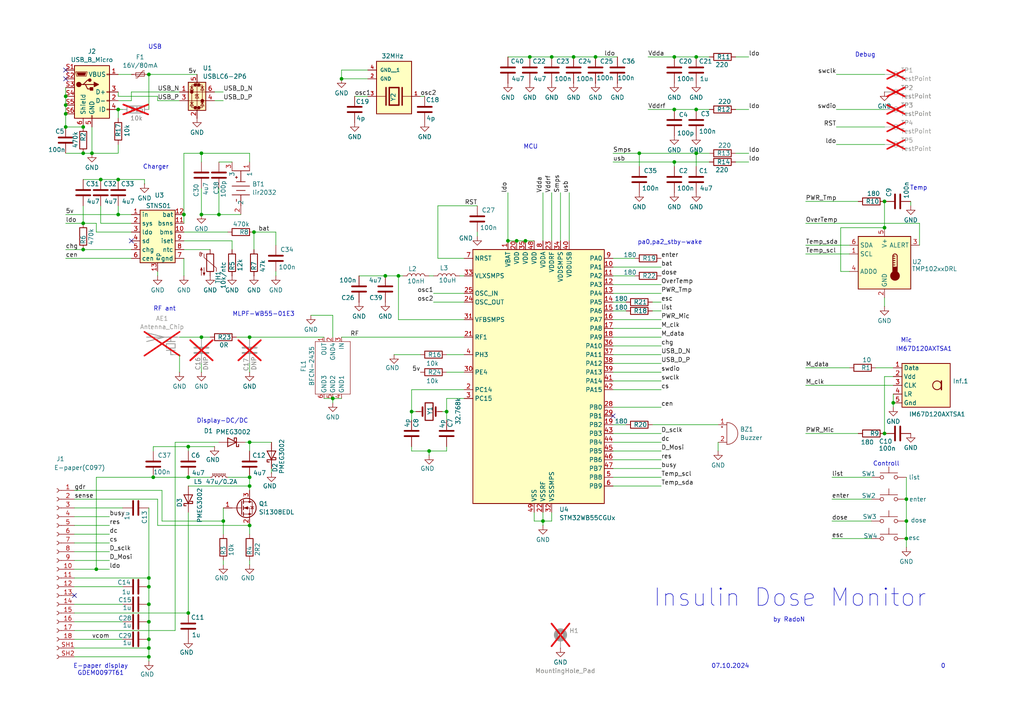
<source format=kicad_sch>
(kicad_sch (version 20250114) (generator "eeschema") (generator_version "9.0")
  (paper "A4")
  (bus_alias "" (members))
  (text "Insulin Dose Monitor\n" (at 229.108 173.482 0) (effects (font (size 5.08 5.08))))
  (text "USB" (at 44.958 13.716 0) (effects (font (size 1.27 1.27))))
  (text "Mic" (at 262.89 98.806 0) (effects (font (size 1.27 1.27))))
  (text "0" (at 273.558 193.294 0) (effects (font (size 1.27 1.27))))
  (text "Temp" (at 266.446 54.61 0) (effects (font (size 1.27 1.27))))
  (text "pa0,pa2_stby-wake\n" (at 194.31 70.358 0) (effects (font (size 1.27 1.27))))
  (text "RF ant" (at 47.752 89.662 0) (effects (font (size 1.27 1.27))))
  (text "Controll" (at 257.048 134.62 0) (effects (font (size 1.27 1.27))))
  (text "IM67D120AXTSA1" (at 267.97 101.346 0) (effects (font (size 1.27 1.27))))
  (text "07.10.2024" (at 211.836 193.294 0) (effects (font (size 1.27 1.27))))
  (text "Display-DC/DC" (at 64.516 122.174 0) (effects (font (size 1.27 1.27))))
  (text "E-paper display\nGDEM0097T61" (at 29.21 194.31 0) (effects (font (size 1.27 1.27))))
  (text "Debug" (at 250.952 16.002 0) (effects (font (size 1.27 1.27))))
  (text "Charger" (at 45.212 48.514 0) (effects (font (size 1.27 1.27))))
  (text "by RadoN" (at 228.854 179.832 0) (effects (font (size 1.27 1.27))))
  (text "MCU" (at 153.924 42.672 0) (effects (font (size 1.27 1.27))))
  (text "\nMLPF-WB55-01E3" (at 76.454 90.17 0) (effects (font (size 1.27 1.27))))
  (junction (at 195.58 46.99))
  (junction (at 43.18 175.26))
  (junction (at 201.93 44.45))
  (junction (at 166.37 16.51))
  (junction (at 63.5 62.23))
  (junction (at 152.4 69.85))
  (junction (at 54.61 177.8))
  (junction (at 157.48 151.13))
  (junction (at 64.77 151.13))
  (junction (at 43.18 21.59))
  (junction (at 43.18 190.5))
  (junction (at 27.94 165.1))
  (junction (at 185.42 44.45))
  (junction (at 160.02 16.51))
  (junction (at 24.13 44.45))
  (junction (at 19.05 33.02))
  (junction (at 73.66 67.31))
  (junction (at 172.72 16.51))
  (junction (at 124.46 130.81))
  (junction (at 129.54 119.38))
  (junction (at 29.21 52.07))
  (junction (at 44.45 138.43))
  (junction (at 195.58 16.51))
  (junction (at 19.05 30.48))
  (junction (at 256.54 66.04))
  (junction (at 34.29 31.75))
  (junction (at 147.32 69.85))
  (junction (at 201.93 31.75))
  (junction (at 24.13 64.77))
  (junction (at 58.42 44.45))
  (junction (at 34.29 52.07))
  (junction (at 53.34 62.23))
  (junction (at 259.08 116.84))
  (junction (at 201.93 16.51))
  (junction (at 24.13 36.83))
  (junction (at 19.05 36.83))
  (junction (at 34.29 62.23))
  (junction (at 43.18 167.64))
  (junction (at 72.39 97.79))
  (junction (at 19.05 27.94))
  (junction (at 43.18 170.18))
  (junction (at 72.39 152.4))
  (junction (at 72.39 128.27))
  (junction (at 256.54 58.42))
  (junction (at 43.18 185.42))
  (junction (at 43.18 180.34))
  (junction (at 54.61 129.54))
  (junction (at 72.39 140.97))
  (junction (at 72.39 138.43))
  (junction (at 195.58 31.75))
  (junction (at 149.86 69.85))
  (junction (at 153.67 16.51))
  (junction (at 54.61 138.43))
  (junction (at 256.54 125.73))
  (junction (at 262.89 156.21))
  (junction (at 96.52 115.57))
  (junction (at 262.89 144.78))
  (junction (at 43.18 187.96))
  (junction (at 111.76 80.01))
  (junction (at 58.42 62.23))
  (junction (at 99.06 22.86))
  (junction (at 119.38 119.38))
  (junction (at 24.13 72.39))
  (junction (at 262.89 151.13))
  (junction (at 115.57 80.01))
  (junction (at 26.67 44.45))
  (junction (at 58.42 97.79))
  (no_connect (at 19.05 22.86))
  (no_connect (at 177.8 120.65))
  (no_connect (at 38.1 69.85))
  (no_connect (at 19.05 20.32))
  (no_connect (at 21.59 172.72))
  (wire (pts (xy 43.18 187.96) (xy 43.18 190.5)))
  (wire (pts (xy 125.73 87.63) (xy 134.62 87.63)))
  (wire (pts (xy 187.96 31.75) (xy 195.58 31.75)))
  (wire (pts (xy 129.54 107.95) (xy 134.62 107.95)))
  (wire (pts (xy 149.86 69.85) (xy 152.4 69.85)))
  (wire (pts (xy 72.39 44.45) (xy 72.39 46.99)))
  (wire (pts (xy 129.54 130.81) (xy 124.46 130.81)))
  (wire (pts (xy 34.29 29.21) (xy 38.1 29.21)))
  (wire (pts (xy 177.8 125.73) (xy 191.77 125.73)))
  (wire (pts (xy 166.37 16.51) (xy 172.72 16.51)))
  (wire (pts (xy 78.74 137.16) (xy 78.74 135.89)))
  (wire (pts (xy 68.58 97.79) (xy 72.39 97.79)))
  (wire (pts (xy 72.39 128.27) (xy 72.39 130.81)))
  (wire (pts (xy 121.92 27.94) (xy 123.19 27.94)))
  (wire (pts (xy 19.05 33.02) (xy 19.05 36.83)))
  (wire (pts (xy 256.54 109.22) (xy 256.54 125.73)))
  (wire (pts (xy 24.13 44.45) (xy 26.67 44.45)))
  (wire (pts (xy 67.31 69.85) (xy 67.31 72.39)))
  (wire (pts (xy 138.43 68.58) (xy 138.43 67.31)))
  (wire (pts (xy 233.68 58.42) (xy 248.92 58.42)))
  (wire (pts (xy 21.59 167.64) (xy 43.18 167.64)))
  (wire (pts (xy 147.32 16.51) (xy 153.67 16.51)))
  (wire (pts (xy 133.35 80.01) (xy 134.62 80.01)))
  (wire (pts (xy 34.29 31.75) (xy 34.29 34.29)))
  (wire (pts (xy 34.29 62.23) (xy 38.1 62.23)))
  (wire (pts (xy 50.8 128.27) (xy 63.5 128.27)))
  (wire (pts (xy 64.77 162.56) (xy 64.77 163.83)))
  (wire (pts (xy 241.3 151.13) (xy 252.73 151.13)))
  (wire (pts (xy 129.54 130.81) (xy 129.54 129.54)))
  (wire (pts (xy 62.23 29.21) (xy 64.77 29.21)))
  (wire (pts (xy 44.45 130.81) (xy 44.45 129.54)))
  (wire (pts (xy 34.29 27.94) (xy 34.29 26.67)))
  (wire (pts (xy 43.18 21.59) (xy 57.15 21.59)))
  (wire (pts (xy 27.94 67.31) (xy 38.1 67.31)))
  (wire (pts (xy 177.8 133.35) (xy 191.77 133.35)))
  (wire (pts (xy 195.58 46.99) (xy 195.58 48.26)))
  (wire (pts (xy 262.89 151.13) (xy 262.89 156.21)))
  (wire (pts (xy 24.13 52.07) (xy 29.21 52.07)))
  (wire (pts (xy 191.77 95.25) (xy 177.8 95.25)))
  (wire (pts (xy 99.06 20.32) (xy 106.68 20.32)))
  (wire (pts (xy 177.8 107.95) (xy 191.77 107.95)))
  (wire (pts (xy 19.05 44.45) (xy 24.13 44.45)))
  (wire (pts (xy 53.34 67.31) (xy 66.04 67.31)))
  (wire (pts (xy 217.17 46.99) (xy 213.36 46.99)))
  (wire (pts (xy 21.59 182.88) (xy 50.8 182.88)))
  (wire (pts (xy 21.59 147.32) (xy 35.56 147.32)))
  (wire (pts (xy 50.8 182.88) (xy 50.8 128.27)))
  (wire (pts (xy 43.18 21.59) (xy 43.18 31.75)))
  (wire (pts (xy 157.48 148.59) (xy 157.48 151.13)))
  (wire (pts (xy 21.59 144.78) (xy 45.72 144.78)))
  (wire (pts (xy 72.39 97.79) (xy 93.98 97.79)))
  (wire (pts (xy 242.57 36.83) (xy 256.54 36.83)))
  (wire (pts (xy 201.93 31.75) (xy 205.74 31.75)))
  (wire (pts (xy 21.59 160.02) (xy 31.75 160.02)))
  (wire (pts (xy 177.8 90.17) (xy 181.61 90.17)))
  (wire (pts (xy 134.62 113.03) (xy 119.38 113.03)))
  (wire (pts (xy 195.58 46.99) (xy 205.74 46.99)))
  (wire (pts (xy 38.1 26.67) (xy 52.07 26.67)))
  (wire (pts (xy 157.48 151.13) (xy 160.02 151.13)))
  (wire (pts (xy 54.61 130.81) (xy 54.61 129.54)))
  (wire (pts (xy 19.05 72.39) (xy 24.13 72.39)))
  (wire (pts (xy 96.52 115.57) (xy 99.06 115.57)))
  (wire (pts (xy 58.42 97.79) (xy 60.96 97.79)))
  (wire (pts (xy 19.05 64.77) (xy 24.13 64.77)))
  (wire (pts (xy 259.08 114.3) (xy 259.08 116.84)))
  (wire (pts (xy 241.3 138.43) (xy 252.73 138.43)))
  (wire (pts (xy 160.02 69.85) (xy 160.02 55.88)))
  (wire (pts (xy 127 59.69) (xy 138.43 59.69)))
  (wire (pts (xy 233.68 111.76) (xy 259.08 111.76)))
  (wire (pts (xy 73.66 67.31) (xy 73.66 72.39)))
  (wire (pts (xy 53.34 69.85) (xy 67.31 69.85)))
  (wire (pts (xy 104.14 80.01) (xy 111.76 80.01)))
  (wire (pts (xy 233.68 125.73) (xy 248.92 125.73)))
  (wire (pts (xy 201.93 44.45) (xy 201.93 48.26)))
  (wire (pts (xy 160.02 151.13) (xy 160.02 148.59)))
  (wire (pts (xy 43.18 175.26) (xy 43.18 180.34)))
  (wire (pts (xy 53.34 62.23) (xy 53.34 64.77)))
  (wire (pts (xy 256.54 58.42) (xy 256.54 66.04)))
  (wire (pts (xy 52.07 97.79) (xy 58.42 97.79)))
  (wire (pts (xy 72.39 138.43) (xy 72.39 140.97)))
  (wire (pts (xy 177.8 77.47) (xy 191.77 77.47)))
  (wire (pts (xy 45.72 29.21) (xy 45.72 27.94)))
  (wire (pts (xy 54.61 177.8) (xy 54.61 148.59)))
  (wire (pts (xy 21.59 177.8) (xy 54.61 177.8)))
  (wire (pts (xy 99.06 97.79) (xy 134.62 97.79)))
  (wire (pts (xy 21.59 175.26) (xy 35.56 175.26)))
  (wire (pts (xy 162.56 69.85) (xy 162.56 55.88)))
  (wire (pts (xy 177.8 123.19) (xy 181.61 123.19)))
  (wire (pts (xy 45.72 27.94) (xy 34.29 27.94)))
  (wire (pts (xy 116.84 80.01) (xy 115.57 80.01)))
  (wire (pts (xy 53.34 74.93) (xy 53.34 80.01)))
  (wire (pts (xy 177.8 85.09) (xy 191.77 85.09)))
  (wire (pts (xy 54.61 129.54) (xy 62.23 129.54)))
  (wire (pts (xy 259.08 116.84) (xy 259.08 118.11)))
  (wire (pts (xy 119.38 130.81) (xy 119.38 129.54)))
  (wire (pts (xy 147.32 69.85) (xy 149.86 69.85)))
  (wire (pts (xy 154.94 151.13) (xy 157.48 151.13)))
  (wire (pts (xy 153.67 16.51) (xy 160.02 16.51)))
  (wire (pts (xy 43.18 170.18) (xy 43.18 175.26)))
  (wire (pts (xy 58.42 62.23) (xy 63.5 62.23)))
  (wire (pts (xy 243.84 66.04) (xy 256.54 66.04)))
  (wire (pts (xy 157.48 69.85) (xy 157.48 55.88)))
  (wire (pts (xy 177.8 110.49) (xy 191.77 110.49)))
  (wire (pts (xy 129.54 115.57) (xy 134.62 115.57)))
  (wire (pts (xy 124.46 130.81) (xy 124.46 132.08)))
  (wire (pts (xy 241.3 156.21) (xy 252.73 156.21)))
  (wire (pts (xy 26.67 44.45) (xy 34.29 44.45)))
  (wire (pts (xy 177.8 105.41) (xy 191.77 105.41)))
  (wire (pts (xy 243.84 78.74) (xy 243.84 66.04)))
  (wire (pts (xy 177.8 97.79) (xy 191.77 97.79)))
  (wire (pts (xy 58.42 107.95) (xy 58.42 105.41)))
  (wire (pts (xy 72.39 152.4) (xy 45.72 152.4)))
  (wire (pts (xy 121.92 102.87) (xy 114.3 102.87)))
  (wire (pts (xy 177.8 74.93) (xy 184.15 74.93)))
  (wire (pts (xy 185.42 44.45) (xy 201.93 44.45)))
  (wire (pts (xy 63.5 54.61) (xy 63.5 62.23)))
  (wire (pts (xy 46.99 142.24) (xy 46.99 151.13)))
  (wire (pts (xy 233.68 64.77) (xy 266.7 64.77)))
  (wire (pts (xy 21.59 187.96) (xy 43.18 187.96)))
  (wire (pts (xy 177.8 138.43) (xy 191.77 138.43)))
  (wire (pts (xy 29.21 52.07) (xy 34.29 52.07)))
  (wire (pts (xy 217.17 44.45) (xy 213.36 44.45)))
  (wire (pts (xy 201.93 16.51) (xy 205.74 16.51)))
  (wire (pts (xy 19.05 25.4) (xy 19.05 27.94)))
  (wire (pts (xy 99.06 22.86) (xy 99.06 20.32)))
  (wire (pts (xy 129.54 119.38) (xy 129.54 121.92)))
  (wire (pts (xy 29.21 64.77) (xy 29.21 59.69)))
  (wire (pts (xy 119.38 113.03) (xy 119.38 119.38)))
  (wire (pts (xy 35.56 31.75) (xy 34.29 31.75)))
  (wire (pts (xy 264.16 58.42) (xy 264.16 59.69)))
  (wire (pts (xy 73.66 67.31) (xy 80.01 67.31)))
  (wire (pts (xy 62.23 26.67) (xy 64.77 26.67)))
  (wire (pts (xy 21.59 142.24) (xy 46.99 142.24)))
  (wire (pts (xy 134.62 102.87) (xy 129.54 102.87)))
  (wire (pts (xy 64.77 151.13) (xy 64.77 154.94)))
  (wire (pts (xy 262.89 138.43) (xy 262.89 144.78)))
  (wire (pts (xy 233.68 106.68) (xy 246.38 106.68)))
  (wire (pts (xy 111.76 80.01) (xy 115.57 80.01)))
  (wire (pts (xy 34.29 21.59) (xy 38.1 21.59)))
  (wire (pts (xy 21.59 157.48) (xy 31.75 157.48)))
  (wire (pts (xy 160.02 16.51) (xy 166.37 16.51)))
  (wire (pts (xy 34.29 44.45) (xy 34.29 41.91)))
  (wire (pts (xy 66.04 138.43) (xy 72.39 138.43)))
  (wire (pts (xy 63.5 46.99) (xy 67.31 46.99)))
  (wire (pts (xy 177.8 118.11) (xy 191.77 118.11)))
  (wire (pts (xy 38.1 64.77) (xy 29.21 64.77)))
  (wire (pts (xy 189.23 90.17) (xy 191.77 90.17)))
  (wire (pts (xy 52.07 102.87) (xy 52.07 107.95)))
  (wire (pts (xy 34.29 52.07) (xy 41.91 52.07)))
  (wire (pts (xy 129.54 115.57) (xy 129.54 119.38)))
  (wire (pts (xy 208.28 128.27) (xy 208.28 130.81)))
  (wire (pts (xy 256.54 31.75) (xy 242.57 31.75)))
  (wire (pts (xy 124.46 80.01) (xy 125.73 80.01)))
  (wire (pts (xy 80.01 67.31) (xy 80.01 71.12)))
  (wire (pts (xy 217.17 16.51) (xy 213.36 16.51)))
  (wire (pts (xy 58.42 54.61) (xy 58.42 62.23)))
  (wire (pts (xy 19.05 30.48) (xy 19.05 33.02)))
  (wire (pts (xy 177.8 87.63) (xy 181.61 87.63)))
  (wire (pts (xy 233.68 73.66) (xy 246.38 73.66)))
  (wire (pts (xy 119.38 119.38) (xy 120.65 119.38)))
  (wire (pts (xy 45.72 78.74) (xy 45.72 80.01)))
  (wire (pts (xy 53.34 72.39) (xy 60.96 72.39)))
  (wire (pts (xy 58.42 44.45) (xy 72.39 44.45)))
  (wire (pts (xy 177.8 140.97) (xy 191.77 140.97)))
  (wire (pts (xy 177.8 44.45) (xy 185.42 44.45)))
  (wire (pts (xy 115.57 92.71) (xy 115.57 80.01)))
  (wire (pts (xy 96.52 91.44) (xy 96.52 97.79)))
  (wire (pts (xy 80.01 78.74) (xy 80.01 80.01)))
  (wire (pts (xy 21.59 149.86) (xy 31.75 149.86)))
  (wire (pts (xy 172.72 16.51) (xy 179.07 16.51)))
  (wire (pts (xy 72.39 105.41) (xy 72.39 107.95)))
  (wire (pts (xy 21.59 162.56) (xy 31.75 162.56)))
  (wire (pts (xy 53.34 44.45) (xy 58.42 44.45)))
  (wire (pts (xy 177.8 128.27) (xy 191.77 128.27)))
  (wire (pts (xy 54.61 140.97) (xy 72.39 140.97)))
  (wire (pts (xy 69.85 62.23) (xy 63.5 62.23)))
  (wire (pts (xy 27.94 64.77) (xy 27.94 67.31)))
  (wire (pts (xy 43.18 190.5) (xy 43.18 191.77)))
  (wire (pts (xy 152.4 69.85) (xy 154.94 69.85)))
  (wire (pts (xy 233.68 71.12) (xy 246.38 71.12)))
  (wire (pts (xy 21.59 185.42) (xy 35.56 185.42)))
  (wire (pts (xy 256.54 86.36) (xy 256.54 88.9)))
  (wire (pts (xy 41.91 52.07) (xy 41.91 53.34)))
  (wire (pts (xy 58.42 44.45) (xy 58.42 46.99)))
  (wire (pts (xy 21.59 152.4) (xy 31.75 152.4)))
  (wire (pts (xy 99.06 22.86) (xy 106.68 22.86)))
  (wire (pts (xy 19.05 74.93) (xy 38.1 74.93)))
  (wire (pts (xy 262.89 158.75) (xy 262.89 156.21)))
  (wire (pts (xy 256.54 109.22) (xy 259.08 109.22)))
  (wire (pts (xy 195.58 16.51) (xy 201.93 16.51)))
  (wire (pts (xy 119.38 121.92) (xy 119.38 119.38)))
  (wire (pts (xy 254 106.68) (xy 259.08 106.68)))
  (wire (pts (xy 43.18 185.42) (xy 43.18 187.96)))
  (wire (pts (xy 21.59 165.1) (xy 27.94 165.1)))
  (wire (pts (xy 93.98 115.57) (xy 96.52 115.57)))
  (wire (pts (xy 154.94 148.59) (xy 154.94 151.13)))
  (wire (pts (xy 24.13 59.69) (xy 24.13 64.77)))
  (wire (pts (xy 134.62 74.93) (xy 127 74.93)))
  (wire (pts (xy 217.17 31.75) (xy 213.36 31.75)))
  (wire (pts (xy 177.8 82.55) (xy 191.77 82.55)))
  (wire (pts (xy 127 74.93) (xy 127 59.69)))
  (wire (pts (xy 201.93 44.45) (xy 205.74 44.45)))
  (wire (pts (xy 177.8 130.81) (xy 191.77 130.81)))
  (wire (pts (xy 177.8 80.01) (xy 184.15 80.01)))
  (wire (pts (xy 266.7 71.12) (xy 266.7 64.77)))
  (wire (pts (xy 52.07 29.21) (xy 45.72 29.21)))
  (wire (pts (xy 191.77 92.71) (xy 177.8 92.71)))
  (wire (pts (xy 72.39 128.27) (xy 78.74 128.27)))
  (wire (pts (xy 157.48 151.13) (xy 157.48 152.4)))
  (wire (pts (xy 177.8 102.87) (xy 191.77 102.87)))
  (wire (pts (xy 195.58 31.75) (xy 201.93 31.75)))
  (wire (pts (xy 256.54 21.59) (xy 242.57 21.59)))
  (wire (pts (xy 147.32 69.85) (xy 147.32 55.88)))
  (wire (pts (xy 64.77 147.32) (xy 64.77 151.13)))
  (wire (pts (xy 177.8 46.99) (xy 195.58 46.99)))
  (wire (pts (xy 187.96 16.51) (xy 195.58 16.51)))
  (wire (pts (xy 189.23 123.19) (xy 208.28 123.19)))
  (wire (pts (xy 53.34 62.23) (xy 53.34 44.45)))
  (wire (pts (xy 43.18 180.34) (xy 43.18 185.42)))
  (wire (pts (xy 45.72 152.4) (xy 45.72 144.78)))
  (wire (pts (xy 177.8 135.89) (xy 191.77 135.89)))
  (wire (pts (xy 43.18 167.64) (xy 43.18 170.18)))
  (wire (pts (xy 72.39 140.97) (xy 72.39 142.24)))
  (wire (pts (xy 19.05 27.94) (xy 19.05 30.48)))
  (wire (pts (xy 34.29 59.69) (xy 34.29 62.23)))
  (wire (pts (xy 242.57 41.91) (xy 256.54 41.91)))
  (wire (pts (xy 27.94 165.1) (xy 31.75 165.1)))
  (wire (pts (xy 19.05 36.83) (xy 24.13 36.83)))
  (wire (pts (xy 72.39 154.94) (xy 72.39 152.4)))
  (wire (pts (xy 24.13 72.39) (xy 38.1 72.39)))
  (wire (pts (xy 21.59 154.94) (xy 31.75 154.94)))
  (wire (pts (xy 90.17 91.44) (xy 96.52 91.44)))
  (wire (pts (xy 102.87 27.94) (xy 106.68 27.94)))
  (wire (pts (xy 125.73 85.09) (xy 134.62 85.09)))
  (wire (pts (xy 26.67 36.83) (xy 26.67 44.45)))
  (wire (pts (xy 44.45 138.43) (xy 54.61 138.43)))
  (wire (pts (xy 185.42 48.26) (xy 185.42 44.45)))
  (wire (pts (xy 21.59 190.5) (xy 43.18 190.5)))
  (wire (pts (xy 21.59 180.34) (xy 35.56 180.34)))
  (wire (pts (xy 54.61 138.43) (xy 60.96 138.43)))
  (wire (pts (xy 177.8 100.33) (xy 191.77 100.33)))
  (wire (pts (xy 38.1 29.21) (xy 38.1 26.67)))
  (wire (pts (xy 19.05 62.23) (xy 34.29 62.23)))
  (wire (pts (xy 44.45 129.54) (xy 54.61 129.54)))
  (wire (pts (xy 71.12 128.27) (xy 72.39 128.27)))
  (wire (pts (xy 134.62 92.71) (xy 115.57 92.71)))
  (wire (pts (xy 72.39 162.56) (xy 72.39 163.83)))
  (wire (pts (xy 21.59 170.18) (xy 35.56 170.18)))
  (wire (pts (xy 243.84 78.74) (xy 246.38 78.74)))
  (wire (pts (xy 262.89 144.78) (xy 262.89 151.13)))
  (wire (pts (xy 24.13 64.77) (xy 27.94 64.77)))
  (wire (pts (xy 189.23 87.63) (xy 191.77 87.63)))
  (wire (pts (xy 46.99 151.13) (xy 64.77 151.13)))
  (wire (pts (xy 96.52 116.84) (xy 96.52 115.57)))
  (wire (pts (xy 241.3 144.78) (xy 252.73 144.78)))
  (wire (pts (xy 165.1 69.85) (xy 165.1 55.88)))
  (wire (pts (xy 128.27 119.38) (xy 129.54 119.38)))
  (wire (pts (xy 124.46 130.81) (xy 119.38 130.81)))
  (wire (pts (xy 27.94 138.43) (xy 44.45 138.43)))
  (wire (pts (xy 177.8 113.03) (xy 191.77 113.03)))
  (wire (pts (xy 43.18 147.32) (xy 43.18 167.64)))
  (wire (pts (xy 27.94 165.1) (xy 27.94 138.43)))
  (label "Vddrf" (at 160.02 55.88 90))
  (label "ldo" (at 242.57 41.91 180))
  (label "usb" (at 177.8 46.99 0))
  (label "dc" (at 31.75 154.94 0))
  (label "D_Mosi" (at 31.75 162.56 0))
  (label "PWR_Mic" (at 233.68 125.73 0))
  (label "OverTemp" (at 233.68 64.77 0))
  (label "cs" (at 31.75 157.48 0))
  (label "ldo" (at 217.17 44.45 0))
  (label "D_sclk" (at 31.75 160.02 0))
  (label "5v" (at 54.61 21.59 0))
  (label "M_clk" (at 191.77 95.25 0))
  (label "5v" (at 19.05 62.23 0))
  (label "USB_D_N" (at 64.77 26.67 0))
  (label "enter" (at 191.77 74.93 0))
  (label "RF" (at 101.6 97.79 0))
  (label "bat" (at 74.93 67.31 0))
  (label "vcom" (at 26.67 185.42 0))
  (label "M_data" (at 191.77 97.79 0))
  (label "ldo" (at 217.17 46.99 0))
  (label "esc" (at 241.3 156.21 0))
  (label "D_Mosi" (at 191.77 130.81 0))
  (label "enter" (at 241.3 144.78 0))
  (label "USB_D_P" (at 64.77 29.21 0))
  (label "USB_N" (at 45.72 26.67 0))
  (label "sense" (at 21.59 144.78 0))
  (label "ldo" (at 217.17 16.51 0))
  (label "res" (at 191.77 133.35 0))
  (label "PWR_Mic" (at 191.77 92.71 0))
  (label "swdio" (at 191.77 107.95 0))
  (label "esc" (at 191.77 87.63 0))
  (label "swclk" (at 191.77 110.49 0))
  (label "Temp_sda" (at 191.77 140.97 0))
  (label "busy" (at 31.75 149.86 0))
  (label "ldo" (at 175.26 16.51 0))
  (label "Smps" (at 162.56 55.88 90))
  (label "dose" (at 191.77 80.01 0))
  (label "list" (at 241.3 138.43 0))
  (label "bat" (at 191.77 77.47 0))
  (label "RST" (at 138.43 59.69 180))
  (label "Vddrf" (at 187.96 31.75 0))
  (label "M_clk" (at 233.68 111.76 0))
  (label "ldo" (at 217.17 31.75 0))
  (label "cen" (at 19.05 74.93 0))
  (label "osc2" (at 125.73 87.63 180))
  (label "ldo" (at 31.75 165.1 0))
  (label "osc2" (at 121.92 27.94 0))
  (label "USB_D_N" (at 191.77 102.87 0))
  (label "OverTemp" (at 191.77 82.55 0))
  (label "list" (at 191.77 90.17 0))
  (label "chg" (at 19.05 72.39 0))
  (label "ldo" (at 19.05 64.77 0))
  (label "usb" (at 165.1 55.88 90))
  (label "osc1" (at 125.73 85.09 180))
  (label "swclk" (at 242.57 21.59 180))
  (label "osc1" (at 102.87 27.94 0))
  (label "cen" (at 191.77 118.11 0))
  (label "Vdda" (at 157.48 55.88 90))
  (label "chg" (at 191.77 100.33 0))
  (label "gdr" (at 21.59 142.24 0))
  (label "RST" (at 242.57 36.83 180))
  (label "Smps" (at 177.8 44.45 0))
  (label "swdio" (at 242.57 31.75 180))
  (label "Temp_scl" (at 233.68 73.66 0))
  (label "Vdda" (at 187.96 16.51 0))
  (label "PWR_Tmp" (at 233.68 58.42 0))
  (label "Temp_sda" (at 233.68 71.12 0))
  (label "dose" (at 241.3 151.13 0))
  (label "M_data" (at 233.68 106.68 0))
  (label "D_sclk" (at 191.77 125.73 0))
  (label "Temp_scl" (at 191.77 138.43 0))
  (label "PWR_Tmp" (at 191.77 85.09 0))
  (label "5v" (at 121.92 107.95 180))
  (label "cs" (at 191.77 113.03 0))
  (label "dc" (at 191.77 128.27 0))
  (label "USB_P" (at 45.72 29.21 0))
  (label "USB_D_P" (at 191.77 105.41 0))
  (label "busy" (at 191.77 135.89 0))
  (label "ldo" (at 147.32 55.88 90))
  (label "res" (at 31.75 152.4 0))
  (symbol (lib_id "Device:C") (at 201.93 20.32 0) (unit 1)
    (property "Reference" "C21" (at 202.692 17.78 0) (effects (justify left)))
    (property "Value" "1u" (at 202.946 22.86 0) (effects (justify left)))
    (property "Footprint" "Capacitor_SMD:C_0402_1005Metric" (effects (hide yes)))
    (property "Manufacturer" "Samsung" (effects (hide yes)))
    (property "Mfpn" " CL05A105KO5NNNC" (effects (hide yes)))
    (property "Price" "0.2" (effects (hide yes)))
  )
  (symbol (lib_id "Device:C") (at 72.39 134.62 0) (unit 1)
    (property "Reference" "C12" (at 73.152 132.08 0) (effects (justify left)))
    (property "Value" "4u7" (at 73.406 137.16 0) (effects (justify left)))
    (property "Footprint" "Capacitor_SMD:C_0603_1608Metric" (effects (hide yes)))
    (property "Manufacturer" "Samsung" (effects (hide yes)))
    (property "Mfpn" "CL10A475KP8NNNL" (effects (hide yes)))
    (property "Price" "0.019" (effects (hide yes)))
  )
  (symbol (lib_id "power:GND") (at 64.77 163.83 0) (unit 1)
    (property "Reference" "#PWR030" (effects (hide yes)))
    (property "Value" "GND" (at 62.23 167.64 0) (effects (justify left)))
    (property "Description" "Power symbol creates a global label with name \"GND\" , ground" (effects (hide yes)))
  )
  (symbol (lib_id "Device:R") (at 209.55 16.51 90) (unit 1)
    (property "Reference" "R11" (at 211.836 16.51 90) (effects (justify left)))
    (property "Value" "220" (at 211.328 18.796 90) (effects (justify left)))
    (property "Footprint" "Resistor_SMD:R_0402_1005Metric" (effects (hide yes)))
    (property "Description" "Resistor" (effects (hide yes)))
    (property "Manufacturer" "Murata" (effects (hide yes)))
    (property "Mfpn" "BLM15AG221SN1D" (effects (hide yes)))
    (property "Price" "0.022" (effects (hide yes)))
  )
  (symbol (lib_id "Device:R") (at 72.39 158.75 0) (unit 1)
    (property "Reference" "R4" (at 72.39 161.036 90) (effects (justify left)))
    (property "Value" "2R2" (at 74.676 161.29 90) (effects (justify left)))
    (property "Footprint" "Resistor_SMD:R_0402_1005Metric" (effects (hide yes)))
    (property "Description" "Resistor" (effects (hide yes)))
    (property "Manufacturer" "Yageo" (effects (hide yes)))
    (property "Mfpn" " RC0402FR-072R2L" (effects (hide yes)))
    (property "Price" "0.012" (effects (hide yes)))
  )
  (symbol (lib_id "Device:C") (at 195.58 52.07 0) (unit 1)
    (property "Reference" "C2" (at 196.85 49.53 0) (effects (justify left)))
    (property "Value" "100n" (at 196.342 54.61 0) (effects (justify left)))
    (property "Footprint" "Capacitor_SMD:C_0402_1005Metric" (effects (hide yes)))
    (property "Manufacturer" "Tayo Yuden" (effects (hide yes)))
    (property "Mfpn" "MLASE105SB7104KFNA01" (effects (hide yes)))
    (property "Price" "0.013" (effects (hide yes)))
  )
  (symbol (lib_id "Device:R") (at 250.19 106.68 90) (unit 1)
    (property "Reference" "R1" (at 252.476 106.68 90) (effects (justify left)))
    (property "Value" "10" (at 252.73 104.394 90) (effects (justify left)))
    (property "Footprint" "Resistor_SMD:R_0402_1005Metric" (effects (hide yes)))
    (property "Description" "Resistor" (effects (hide yes)))
    (property "Manufacturer" "Bourns" (effects (hide yes)))
    (property "Mfpn" " CR0402-JW-100GLF" (effects (hide yes)))
    (property "Price" "0.001" (effects (hide yes)))
  )
  (symbol (lib_id "Device:Thermistor_NTC") (at 60.96 76.2 0) (unit 1)
    (property "Reference" "TH1" (at 63.246 82.296 90) (effects (justify left)))
    (property "Value" "10k/ntc" (at 64.77 83.82 90) (effects (justify left)))
    (property "Footprint" "Resistor_SMD:R_0402_1005Metric" (effects (hide yes)))
    (property "Description" "Temperature dependent resistor, negative temperature coefficient" (effects (hide yes)))
    (property "Manufacturer" "Mitsubishi" (effects (hide yes)))
    (property "Mfpn" "TH05-3H103F" (effects (hide yes)))
    (property "Price" "2.8" (effects (hide yes)))
  )
  (symbol (lib_id "power:GND") (at 78.74 137.16 0) (unit 1)
    (property "Reference" "#PWR028" (effects (hide yes)))
    (property "Value" "GND" (at 76.2 140.97 0) (effects (justify left)))
    (property "Description" "Power symbol creates a global label with name \"GND\" , ground" (effects (hide yes)))
  )
  (symbol (lib_id "Device:C") (at 172.72 20.32 0) (unit 1)
    (property "Reference" "C25" (at 173.99 17.78 0) (effects (justify left)))
    (property "Value" "100n" (at 172.974 22.606 0) (effects (justify left)))
    (property "Footprint" "Capacitor_SMD:C_0402_1005Metric" (effects (hide yes)))
    (property "Manufacturer" "Tayo Yuden" (effects (hide yes)))
    (property "Mfpn" "MLASE105SB7104KFNA01" (effects (hide yes)))
    (property "Price" "0.013" (effects (hide yes)))
  )
  (symbol (lib_id "Connector:Conn_01x18_Socket") (at 16.51 162.56 0) (mirror y) (unit 1)
    (property "Reference" "J1" (at 17.526 133.096 0))
    (property "Value" "E-paper(C097)" (at 23.114 135.636 0))
    (property "Footprint" "InsuDos:MOLEX_503480-1800" (effects (hide yes)))
    (property "Description" "Generic connector, single row, 01x18, script generated" (effects (hide yes)))
    (property "Manufacturer" "Molex" (effects (hide yes)))
    (property "Mfpn" " 5034801800" (effects (hide yes)))
    (property "Price" "1.6" (effects (hide yes)))
  )
  (symbol (lib_id "power:GND") (at 58.42 107.95 0) (unit 1)
    (property "Reference" "#PWR010" (effects (hide yes)))
    (property "Value" "GND" (at 58.42 112.0831 0))
    (property "Description" "Power symbol creates a global label with name \"GND\" , ground" (effects (hide yes)))
  )
  (symbol (lib_id "Device:R") (at 73.66 76.2 0) (unit 1)
    (property "Reference" "R7" (at 73.66 78.486 90) (effects (justify left)))
    (property "Value" "47k" (at 76.2 78.994 90) (effects (justify left)))
    (property "Footprint" "Resistor_SMD:R_0402_1005Metric" (effects (hide yes)))
    (property "Description" "Resistor" (effects (hide yes)))
    (property "Manufacturer" "Yageo" (effects (hide yes)))
    (property "Mfpn" " RC0402FR-1347KL" (effects (hide yes)))
    (property "Price" "0.007" (effects (hide yes)))
  )
  (symbol (lib_id "power:GND") (at 123.19 35.56 0) (unit 1)
    (property "Reference" "#PWR044" (effects (hide yes)))
    (property "Value" "GND" (at 123.19 39.6931 0))
    (property "Description" "Power symbol creates a global label with name \"GND\" , ground" (effects (hide yes)))
  )
  (symbol (lib_id "Device:R") (at 252.73 125.73 90) (unit 1)
    (property "Reference" "R9" (at 255.016 125.73 90) (effects (justify left)))
    (property "Value" "180" (at 253.492 128.27 90) (effects (justify left)))
    (property "Footprint" "Resistor_SMD:R_0402_1005Metric" (effects (hide yes)))
    (property "Description" "Resistor" (effects (hide yes)))
    (property "Manufacturer" "Bourns" (effects (hide yes)))
    (property "Mfpn" "CR0402-FX-1800GLF" (effects (hide yes)))
    (property "Price" "0.007" (effects (hide yes)))
  )
  (symbol (lib_id "power:GND") (at 73.66 80.01 0) (unit 1)
    (property "Reference" "#PWR039" (effects (hide yes)))
    (property "Value" "GND" (at 73.66 84.1431 0))
    (property "Description" "Power symbol creates a global label with name \"GND\" , ground" (effects (hide yes)))
  )
  (symbol (lib_id "Device:R") (at 67.31 76.2 0) (unit 1)
    (property "Reference" "R5" (at 67.31 78.486 90) (effects (justify left)))
    (property "Value" "12k" (at 69.596 78.74 90) (effects (justify left)))
    (property "Footprint" "Resistor_SMD:R_0402_1005Metric" (effects (hide yes)))
    (property "Description" "Resistor" (effects (hide yes)))
    (property "Manufacturer" "Bourns" (effects (hide yes)))
    (property "Mfpn" "CR0402-FX-1202GLF" (effects (hide yes)))
    (property "Price" "0.007" (effects (hide yes)))
  )
  (symbol (lib_id "Device:C") (at 44.45 134.62 0) (unit 1)
    (property "Reference" "C37" (at 45.72 132.08 0) (effects (justify left)))
    (property "Value" "100n" (at 44.45 136.906 0) (effects (justify left)))
    (property "Footprint" "Capacitor_SMD:C_0402_1005Metric" (effects (hide yes)))
    (property "Manufacturer" "Tayo Yuden" (effects (hide yes)))
    (property "Mfpn" "MLASE105SB7104KFNA01" (effects (hide yes)))
    (property "Price" "0.013" (effects (hide yes)))
  )
  (symbol (lib_id "Device:C") (at 80.01 74.93 0) (unit 1)
    (property "Reference" "C34" (at 81.28 72.39 0) (effects (justify left)))
    (property "Value" "100n" (at 80.772 77.47 0) (effects (justify left)))
    (property "Footprint" "Capacitor_SMD:C_0402_1005Metric" (effects (hide yes)))
    (property "Manufacturer" "Tayo Yuden" (effects (hide yes)))
    (property "Mfpn" "MLASE105SB7104KFNA01" (effects (hide yes)))
    (property "Price" "0.013" (effects (hide yes)))
  )
  (symbol (lib_id "power:GND") (at 201.93 39.37 0) (unit 1)
    (property "Reference" "#PWR011" (effects (hide yes)))
    (property "Value" "GND" (at 201.93 43.5031 0))
    (property "Description" "Power symbol creates a global label with name \"GND\" , ground" (effects (hide yes)))
  )
  (symbol (lib_id "power:GND") (at 256.54 26.67 0) (unit 1)
    (property "Reference" "#PWR06" (effects (hide yes)))
    (property "Value" "GND" (at 256.54 30.8031 0))
    (property "Description" "Power symbol creates a global label with name \"GND\" , ground" (effects (hide yes)))
  )
  (symbol (lib_id "power:GND") (at 111.76 87.63 0) (unit 1)
    (property "Reference" "#PWR049" (effects (hide yes)))
    (property "Value" "GND" (at 111.76 91.7631 0))
    (property "Description" "Power symbol creates a global label with name \"GND\" , ground" (effects (hide yes)))
  )
  (symbol (lib_id "Device:C") (at 29.21 55.88 0) (unit 1)
    (property "Reference" "C32" (at 29.972 53.34 0) (effects (justify left)))
    (property "Value" "4u7" (at 30.226 58.42 0) (effects (justify left)))
    (property "Footprint" "Capacitor_SMD:C_0603_1608Metric" (effects (hide yes)))
    (property "Manufacturer" "Samsung" (effects (hide yes)))
    (property "Mfpn" "CL10A475KP8NNNL" (effects (hide yes)))
    (property "Price" "0.019" (effects (hide yes)))
  )
  (symbol (lib_id "power:GND") (at 208.28 130.81 0) (unit 1)
    (property "Reference" "#PWR047" (effects (hide yes)))
    (property "Value" "GND" (at 208.28 134.9431 0))
    (property "Description" "Power symbol creates a global label with name \"GND\" , ground" (effects (hide yes)))
  )
  (symbol (lib_id "Device:R") (at 209.55 31.75 90) (unit 1)
    (property "Reference" "R12" (at 211.836 31.75 90) (effects (justify left)))
    (property "Value" "220" (at 212.09 29.464 90) (effects (justify left)))
    (property "Footprint" "Resistor_SMD:R_0402_1005Metric" (effects (hide yes)))
    (property "Description" "Resistor" (effects (hide yes)))
    (property "Manufacturer" "Murata" (effects (hide yes)))
    (property "Mfpn" "BLM15AG221SN1D" (effects (hide yes)))
    (property "Price" "0.022" (effects (hide yes)))
  )
  (symbol (lib_id "power:GND") (at 58.42 62.23 0) (unit 1)
    (property "Reference" "#PWR027" (effects (hide yes)))
    (property "Value" "GND" (at 58.42 66.3631 0))
    (property "Description" "Power symbol creates a global label with name \"GND\" , ground" (effects (hide yes)))
  )
  (symbol (lib_id "Connector:TestPoint") (at 256.54 21.59 270) (unit 1) (dnp yes)
    (property "Reference" "TP1" (at 261.239 20.3778 90) (effects (justify left)))
    (property "Value" "TestPoint" (at 261.239 22.8021 90) (effects (justify left)))
    (property "Footprint" "TestPoint:TestPoint_Pad_1.0x1.0mm" (effects (hide yes)))
    (property "Description" "test point" (effects (hide yes)))
  )
  (symbol (lib_id "Device:Buzzer") (at 210.82 125.73 0) (unit 1)
    (property "Reference" "BZ1" (at 214.6162 124.5178 0) (effects (justify left)))
    (property "Value" "Buzzer" (at 214.6162 126.9421 0) (effects (justify left)))
    (property "Footprint" "Buzzer_Beeper:Buzzer_CUI_CPT-9019S-SMT" (effects (hide yes)))
    (property "Description" "Buzzer, polarized" (effects (hide yes)))
    (property "Manufacturer" "CUI" (effects (hide yes)))
    (property "Mfpn" "CPT-9019S-SMT" (effects (hide yes)))
    (property "Price" "1.1" (effects (hide yes)))
  )
  (symbol (lib_id "power:GND") (at 264.16 59.69 0) (unit 1)
    (property "Reference" "#PWR05" (effects (hide yes)))
    (property "Value" "GND" (at 264.16 63.8231 0))
    (property "Description" "Power symbol creates a global label with name \"GND\" , ground" (effects (hide yes)))
  )
  (symbol (lib_id "power:GND") (at 157.48 152.4 0) (unit 1)
    (property "Reference" "#PWR09" (effects (hide yes)))
    (property "Value" "GND" (at 157.48 156.5331 0))
    (property "Description" "Power symbol creates a global label with name \"GND\" , ground" (effects (hide yes)))
  )
  (symbol (lib_id "insuDos:MLPF-WB55-01E3") (at 93.98 97.79 90) (mirror x) (unit 1)
    (property "Reference" "FL1" (at 87.9997 106.172 0))
    (property "Value" "BFCN-2435" (at 90.424 106.172 0))
    (property "Footprint" "InsuDos:St_filter" (effects (hide yes)))
    (property "Datasheet" "MLPF-WB55-01E3" (effects (hide yes)))
    (property "Description" "2340-2530MHz 50 Ohm Passive Band Pass Filter, FV1206" (effects (hide yes)))
    (property "Manufacturer" "ST" (effects (hide yes)))
    (property "Mfpn" " MLPF-WB55-01E3" (effects (hide yes)))
    (property "Price" "0.3" (effects (hide yes)))
  )
  (symbol (lib_id "Device:C") (at 39.37 170.18 270) (unit 1)
    (property "Reference" "C14" (at 34.036 168.91 90) (effects (justify left)))
    (property "Value" "1u" (at 35.306 171.704 90) (effects (justify left)))
    (property "Footprint" "Capacitor_SMD:C_0402_1005Metric" (effects (hide yes)))
    (property "Manufacturer" "Samsung" (effects (hide yes)))
    (property "Mfpn" " CL05A105KO5NNNC" (effects (hide yes)))
    (property "Price" "0.2" (effects (hide yes)))
  )
  (symbol (lib_id "Device:R") (at 209.55 44.45 90) (unit 1)
    (property "Reference" "R13" (at 211.836 44.45 90) (effects (justify left)))
    (property "Value" "220" (at 212.09 42.164 90) (effects (justify left)))
    (property "Footprint" "Resistor_SMD:R_0402_1005Metric" (effects (hide yes)))
    (property "Description" "Resistor" (effects (hide yes)))
    (property "Manufacturer" "Murata" (effects (hide yes)))
    (property "Mfpn" "BLM15AG221SN1D" (effects (hide yes)))
    (property "Price" "0.022" (effects (hide yes)))
  )
  (symbol (lib_id "Device:R") (at 185.42 87.63 90) (unit 1)
    (property "Reference" "R21" (at 187.706 87.63 90) (effects (justify left)))
    (property "Value" "180" (at 182.118 86.614 90) (effects (justify left)))
    (property "Footprint" "Resistor_SMD:R_0402_1005Metric" (effects (hide yes)))
    (property "Description" "Resistor" (effects (hide yes)))
    (property "Manufacturer" "Bourns" (effects (hide yes)))
    (property "Mfpn" "CR0402-FX-1800GLF" (effects (hide yes)))
    (property "Price" "0.007" (effects (hide yes)))
  )
  (symbol (lib_id "power:GND") (at 99.06 22.86 0) (unit 1)
    (property "Reference" "#PWR041" (effects (hide yes)))
    (property "Value" "GND" (at 99.06 26.9931 0))
    (property "Description" "Power symbol creates a global label with name \"GND\" , ground" (effects (hide yes)))
  )
  (symbol (lib_id "Device:C") (at 201.93 52.07 0) (unit 1)
    (property "Reference" "C1" (at 202.692 49.53 0) (effects (justify left)))
    (property "Value" "4u7" (at 202.946 54.61 0) (effects (justify left)))
    (property "Footprint" "Capacitor_SMD:C_0603_1608Metric" (effects (hide yes)))
    (property "Manufacturer" "Samsung" (effects (hide yes)))
    (property "Mfpn" "CL10A475KP8NNNL" (effects (hide yes)))
    (property "Price" "0.019" (effects (hide yes)))
  )
  (symbol (lib_id "Device:C") (at 19.05 40.64 0) (unit 1)
    (property "Reference" "C5" (at 16.002 38.1 0) (effects (justify left)))
    (property "Value" "100n" (at 13.97 43.434 0) (effects (justify left)))
    (property "Footprint" "Capacitor_SMD:C_0402_1005Metric" (effects (hide yes)))
    (property "Manufacturer" "Tayo Yuden" (effects (hide yes)))
    (property "Mfpn" "MLASE105SB7104KFNA01" (effects (hide yes)))
    (property "Price" "0.013" (effects (hide yes)))
  )
  (symbol (lib_id "Switch:SW_Push") (at 257.81 156.21 0) (mirror y) (unit 1)
    (property "Reference" "SW4" (at 252.476 155.448 0))
    (property "Value" "esc" (at 265.176 155.956 0))
    (property "Footprint" "Button_Switch_SMD:SW_SPST_B3U-3100P-B" (effects (hide yes)))
    (property "Manufacturer" "Omron" (effects (hide yes)))
    (property "Mfpn" "B3U-3100P-B" (effects (hide yes)))
    (property "Price" "0.8" (effects (hide yes)))
  )
  (symbol (lib_id "Device:C") (at 138.43 63.5 0) (unit 1)
    (property "Reference" "C27" (at 139.7 60.96 0) (effects (justify left)))
    (property "Value" "100n" (at 139.192 66.04 0) (effects (justify left)))
    (property "Footprint" "Capacitor_SMD:C_0402_1005Metric" (effects (hide yes)))
    (property "Manufacturer" "Tayo Yuden" (effects (hide yes)))
    (property "Mfpn" "MLASE105SB7104KFNA01" (effects (hide yes)))
    (property "Price" "0.013" (effects (hide yes)))
  )
  (symbol (lib_id "Diode:MBR0530") (at 78.74 132.08 90) (unit 1)
    (property "Reference" "D2" (at 79.756 135.636 0))
    (property "Value" "PMEG3002" (at 81.7302 132.3975 0))
    (property "Footprint" "Diode_SMD:D_SOD-882" (effects (hide yes)))
    (property "Description" "30V 0.5A Schottky" (effects (hide yes)))
    (property "Manufacturer" "Nexperia" (effects (hide yes)))
    (property "Mfpn" "PMEG3002AEL,315" (effects (hide yes)))
    (property "Price" "0.18" (effects (hide yes)))
  )
  (symbol (lib_id "Device:R") (at 185.42 123.19 90) (unit 1)
    (property "Reference" "R20" (at 187.706 123.19 90) (effects (justify left)))
    (property "Value" "180" (at 182.118 122.174 90) (effects (justify left)))
    (property "Footprint" "Resistor_SMD:R_0402_1005Metric" (effects (hide yes)))
    (property "Description" "Resistor" (effects (hide yes)))
    (property "Manufacturer" "Bourns" (effects (hide yes)))
    (property "Mfpn" "CR0402-FX-1800GLF" (effects (hide yes)))
    (property "Price" "0.007" (effects (hide yes)))
  )
  (symbol (lib_id "power:GND") (at 259.08 118.11 0) (unit 1)
    (property "Reference" "#PWR07" (effects (hide yes)))
    (property "Value" "GND" (at 259.08 122.2431 0))
    (property "Description" "Power symbol creates a global label with name \"GND\" , ground" (effects (hide yes)))
  )
  (symbol (lib_id "power:GND") (at 195.58 39.37 0) (unit 1)
    (property "Reference" "#PWR012" (effects (hide yes)))
    (property "Value" "GND" (at 195.58 43.5031 0))
    (property "Description" "Power symbol creates a global label with name \"GND\" , ground" (effects (hide yes)))
  )
  (symbol (lib_id "Device:C") (at 185.42 52.07 0) (unit 1)
    (property "Reference" "C35" (at 186.69 49.53 0) (effects (justify left)))
    (property "Value" "100n" (at 186.182 54.61 0) (effects (justify left)))
    (property "Footprint" "Capacitor_SMD:C_0402_1005Metric" (effects (hide yes)))
    (property "Manufacturer" "Tayo Yuden" (effects (hide yes)))
    (property "Mfpn" "MLASE105SB7104KFNA01" (effects (hide yes)))
    (property "Price" "0.013" (effects (hide yes)))
  )
  (symbol (lib_id "Transistor_FET:Si1308EDL") (at 69.85 147.32 0) (unit 1)
    (property "Reference" "Q1" (at 75.057 146.1078 0) (effects (justify left)))
    (property "Value" "Si1308EDL" (at 75.057 148.5321 0) (effects (justify left)))
    (property "Footprint" "Package_TO_SOT_SMD:SOT-323_SC-70" (effects (hide yes)))
    (property "Datasheet" "https://www.vishay.com/docs/63399/si1308edl.pdf" (effects (hide yes)))
    (property "Description" "30V Vds, 1.4A Id, N-Channel MOSFET, SC-70" (effects (hide yes)))
    (property "Manufacturer" "Vishay Siliconix" (effects (hide yes)))
    (property "Mfpn" "SI1308EDL-T1-BE3" (effects (hide yes)))
    (property "Price" "0.23" (effects (hide yes)))
  )
  (symbol (lib_id "Device:C") (at 39.37 147.32 270) (unit 1)
    (property "Reference" "C13" (at 41.91 148.082 0) (effects (justify left)))
    (property "Value" "1u" (at 36.83 148.336 0) (effects (justify left)))
    (property "Footprint" "Capacitor_SMD:C_0402_1005Metric" (effects (hide yes)))
    (property "Manufacturer" "Samsung" (effects (hide yes)))
    (property "Mfpn" " CL05A105KO5NNNC" (effects (hide yes)))
    (property "Price" "0.2" (effects (hide yes)))
  )
  (symbol (lib_id "Diode:MBR0530") (at 54.61 144.78 90) (unit 1)
    (property "Reference" "D3" (at 52.07 145.796 0))
    (property "Value" "PMEG3002" (at 57.912 146.558 0))
    (property "Footprint" "Diode_SMD:D_SOD-882" (effects (hide yes)))
    (property "Description" "30V 0.5A Schottky" (effects (hide yes)))
    (property "Manufacturer" "Nexperia" (effects (hide yes)))
    (property "Mfpn" "PMEG3002AEL,315" (effects (hide yes)))
    (property "Price" "0.18" (effects (hide yes)))
  )
  (symbol (lib_id "Device:C") (at 129.54 125.73 180) (unit 1)
    (property "Reference" "C7" (at 130.556 122.682 90))
    (property "Value" "4p" (at 128.27 122.936 90))
    (property "Footprint" "Capacitor_SMD:C_0402_1005Metric" (effects (hide yes)))
    (property "Manufacturer" "Tayo Yuden" (effects (hide yes)))
    (property "Mfpn" "UMK105CH040CVHF" (effects (hide yes)))
    (property "Price" "0.17" (effects (hide yes)))
  )
  (symbol (lib_id "power:GND") (at 147.32 24.13 0) (unit 1)
    (property "Reference" "#PWR025" (effects (hide yes)))
    (property "Value" "GND" (at 147.32 28.2631 0))
    (property "Description" "Power symbol creates a global label with name \"GND\" , ground" (effects (hide yes)))
  )
  (symbol (lib_id "Connector:TestPoint") (at 256.54 41.91 270) (unit 1) (dnp yes)
    (property "Reference" "TP5" (at 261.239 40.6978 90) (effects (justify left)))
    (property "Value" "TestPoint" (at 261.239 43.1221 90) (effects (justify left)))
    (property "Footprint" "TestPoint:TestPoint_Pad_1.0x1.0mm" (effects (hide yes)))
    (property "Description" "test point" (effects (hide yes)))
  )
  (symbol (lib_id "Device:Polyfuse_Small") (at 40.64 21.59 90) (unit 1)
    (property "Reference" "F1" (at 40.64 16.5565 90))
    (property "Value" "16V/80mA" (at 40.64 18.9808 90))
    (property "Footprint" "Fuse:Fuse_0603_1608Metric" (effects (hide yes)))
    (property "Description" "Resettable fuse, polymeric positive temperature coefficient, small symbol" (effects (hide yes)))
    (property "Manufacturer" "Bell" (effects (hide yes)))
    (property "Mfpn" "0ZCM0008FF2G" (effects (hide yes)))
    (property "Price" "0.2" (effects (hide yes)))
  )
  (symbol (lib_id "power:GND") (at 262.89 158.75 0) (unit 1)
    (property "Reference" "#PWR02" (effects (hide yes)))
    (property "Value" "GND" (at 262.89 162.8831 0))
    (property "Description" "Power symbol creates a global label with name \"GND\" , ground" (effects (hide yes)))
  )
  (symbol (lib_id "power:GND") (at 172.72 24.13 0) (unit 1)
    (property "Reference" "#PWR024" (effects (hide yes)))
    (property "Value" "GND" (at 172.72 28.2631 0))
    (property "Description" "Power symbol creates a global label with name \"GND\" , ground" (effects (hide yes)))
  )
  (symbol (lib_id "Device:C") (at 104.14 83.82 180) (unit 1)
    (property "Reference" "C26" (at 102.87 86.36 0) (effects (justify left)))
    (property "Value" "100n" (at 103.378 81.28 0) (effects (justify left)))
    (property "Footprint" "Capacitor_SMD:C_0402_1005Metric" (effects (hide yes)))
    (property "Manufacturer" "Tayo Yuden" (effects (hide yes)))
    (property "Mfpn" "MLASE105SB7104KFNA01" (effects (hide yes)))
    (property "Price" "0.013" (effects (hide yes)))
  )
  (symbol (lib_id "Device:R") (at 69.85 67.31 90) (unit 1)
    (property "Reference" "R8" (at 72.136 67.31 90) (effects (justify left)))
    (property "Value" "470k" (at 72.39 65.024 90) (effects (justify left)))
    (property "Footprint" "Resistor_SMD:R_0402_1005Metric" (effects (hide yes)))
    (property "Description" "Resistor" (effects (hide yes)))
    (property "Manufacturer" "Yageo" (effects (hide yes)))
    (property "Mfpn" " RC0402FR-13470KL" (effects (hide yes)))
    (property "Price" "0.008" (effects (hide yes)))
  )
  (symbol (lib_id "Device:C") (at 123.19 31.75 0) (unit 1)
    (property "Reference" "C18" (at 125.476 28.956 0))
    (property "Value" "4p" (at 124.968 34.29 0))
    (property "Footprint" "Capacitor_SMD:C_0402_1005Metric" (effects (hide yes)))
    (property "Manufacturer" "Tayo Yuden" (effects (hide yes)))
    (property "Mfpn" "UMK105CH040CVHF" (effects (hide yes)))
    (property "Price" "0.17" (effects (hide yes)))
  )
  (symbol (lib_id "Device:C") (at 58.42 50.8 0) (unit 1)
    (property "Reference" "C30" (at 56.896 57.15 90) (effects (justify left)))
    (property "Value" "4u7" (at 59.69 56.642 90) (effects (justify left)))
    (property "Footprint" "Capacitor_SMD:C_0603_1608Metric" (effects (hide yes)))
    (property "Manufacturer" "Samsung" (effects (hide yes)))
    (property "Mfpn" "CL10A475KP8NNNL" (effects (hide yes)))
    (property "Price" "0.019" (effects (hide yes)))
  )
  (symbol (lib_id "Device:Antenna_Chip") (at 49.53 100.33 90) (unit 1) (dnp yes)
    (property "Reference" "AE1" (at 46.99 92.3755 90))
    (property "Value" "Antenna_Chip" (at 46.99 94.7998 90))
    (property "Footprint" "RF_Antenna:Texas_SWRA117D_2.4GHz_Right" (effects (hide yes)))
    (property "Description" "DNP" (effects (hide yes)))
    (property "Manufacturer" "Ti" (effects (hide yes)))
    (property "Mfpn" "DNP" (effects (hide yes)))
    (property "Price" "-" (effects (hide yes)))
  )
  (symbol (lib_id "Device:C") (at 39.37 180.34 270) (unit 1)
    (property "Reference" "C28" (at 34.29 179.324 90) (effects (justify left)))
    (property "Value" "1u" (at 35.56 181.356 90) (effects (justify left)))
    (property "Footprint" "Capacitor_SMD:C_0402_1005Metric" (effects (hide yes)))
    (property "Manufacturer" "Samsung" (effects (hide yes)))
    (property "Mfpn" " CL05A105KO5NNNC" (effects (hide yes)))
    (property "Price" "0.2" (effects (hide yes)))
  )
  (symbol (lib_id "power:GND") (at 96.52 116.84 0) (unit 1)
    (property "Reference" "#PWR08" (effects (hide yes)))
    (property "Value" "GND" (at 96.52 120.9731 0))
    (property "Description" "Power symbol creates a global label with name \"GND\" , ground" (effects (hide yes)))
  )
  (symbol (lib_id "Device:C") (at 63.5 50.8 180) (unit 1)
    (property "Reference" "C38" (at 62.738 52.578 90) (effects (justify left)))
    (property "Value" "100p" (at 64.77 52.324 90) (effects (justify left)))
    (property "Footprint" "Capacitor_SMD:C_0402_1005Metric" (effects (hide yes)))
    (property "Manufacturer" "Samsung" (effects (hide yes)))
    (property "Mfpn" "CL05C101JB51PND" (effects (hide yes)))
    (property "Price" "0.019" (effects (hide yes)))
  )
  (symbol (lib_id "Device:R") (at 125.73 107.95 90) (unit 1)
    (property "Reference" "R24" (at 128.016 107.95 90) (effects (justify left)))
    (property "Value" "10k" (at 127.254 110.49 90) (effects (justify left)))
    (property "Footprint" "Resistor_SMD:R_0402_1005Metric" (effects (hide yes)))
    (property "Description" "Resistor" (effects (hide yes)))
    (property "Manufacturer" "Yageo" (effects (hide yes)))
    (property "Mfpn" " RC0402FR-7W10KL" (effects (hide yes)))
    (property "Price" "0.012" (effects (hide yes)))
  )
  (symbol (lib_id "Device:C") (at 72.39 101.6 0) (unit 1) (dnp yes)
    (property "Reference" "C17" (at 71.374 107.696 90) (effects (justify left)))
    (property "Value" "DNP" (at 73.66 107.442 90) (effects (justify left)))
    (property "Footprint" "Capacitor_SMD:C_0402_1005Metric" (effects (hide yes)))
  )
  (symbol (lib_id "Device:C") (at 34.29 55.88 0) (unit 1)
    (property "Reference" "C33" (at 35.052 53.34 0) (effects (justify left)))
    (property "Value" "4u7" (at 35.306 58.42 0) (effects (justify left)))
    (property "Footprint" "Capacitor_SMD:C_0603_1608Metric" (effects (hide yes)))
    (property "Manufacturer" "Samsung" (effects (hide yes)))
    (property "Mfpn" "CL10A475KP8NNNL" (effects (hide yes)))
    (property "Price" "0.019" (effects (hide yes)))
  )
  (symbol (lib_id "Device:Crystal") (at 124.46 119.38 0) (unit 1)
    (property "Reference" "Y1" (at 124.714 117.856 90) (effects (justify right)))
    (property "Value" "32.768k" (at 132.842 115.316 90) (effects (justify right)))
    (property "Footprint" "Crystal:Crystal_SMD_2012-2Pin_2.0x1.2mm" (effects (hide yes)))
    (property "Description" "Two pin crystal" (effects (hide yes)))
    (property "Manufacturer" "Abracon" (effects (hide yes)))
    (property "Mfpn" "CM8V-T1A-32.768kHz-4pF-20PPM-TA-QC T3" (effects (hide yes)))
    (property "Price" "0.6" (effects (hide yes)))
  )
  (symbol (lib_id "insuDos:BAT-HLD-001") (at 72.39 46.99 270) (unit 1)
    (property "Reference" "BT1" (at 73.1266 53.3978 90) (effects (justify left)))
    (property "Value" "lir2032" (at 73.1266 55.8221 90) (effects (justify left)))
    (property "Footprint" "InsuDos:BATT_HLDR_via" (effects (hide yes)))
    (property "Datasheet" "BAT-HLD-001" (effects (hide yes)))
    (property "Manufacturer" "TE connectivity" (effects (hide yes)))
    (property "Mfpn" " BAT-HLD-001" (effects (hide yes)))
    (property "Price" "0.36" (effects (hide yes)))
  )
  (symbol (lib_id "power:GND") (at 43.18 191.77 0) (unit 1)
    (property "Reference" "#PWR033" (effects (hide yes)))
    (property "Value" "GND" (at 40.64 195.58 0) (effects (justify left)))
    (property "Description" "Power symbol creates a global label with name \"GND\" , ground" (effects (hide yes)))
  )
  (symbol (lib_id "Device:R") (at 39.37 31.75 90) (unit 1) (dnp yes)
    (property "Reference" "R15" (at 41.656 31.75 90) (effects (justify left)))
    (property "Value" "10k" (at 41.402 34.29 90) (effects (justify left)))
    (property "Footprint" "Resistor_SMD:R_0402_1005Metric" (effects (hide yes)))
    (property "Description" "Resistor" (effects (hide yes)))
    (property "Manufacturer" "Yageo" (effects (hide yes)))
    (property "Mfpn" " RC0402FR-7W10KL" (effects (hide yes)))
    (property "Price" "0.012" (effects (hide yes)))
  )
  (symbol (lib_id "power:GND") (at 166.37 24.13 0) (unit 1)
    (property "Reference" "#PWR023" (effects (hide yes)))
    (property "Value" "GND" (at 166.37 28.2631 0))
    (property "Description" "Power symbol creates a global label with name \"GND\" , ground" (effects (hide yes)))
  )
  (symbol (lib_id "Power_Protection:USBLC6-2P6") (at 57.15 26.67 0) (unit 1)
    (property "Reference" "U1" (at 58.8011 19.7315 0) (effects (justify left)))
    (property "Value" "USBLC6-2P6" (at 58.8011 22.1558 0) (effects (justify left)))
    (property "Footprint" "Package_TO_SOT_SMD:SOT-666" (effects (hide yes)))
    (property "Datasheet" "https://www.st.com/resource/en/datasheet/usblc6-2.pdf" (effects (hide yes)))
    (property "Description" "Very low capacitance ESD protection diode, 2 data-line, SOT-666" (effects (hide yes)))
    (property "Manufacturer" "ST" (effects (hide yes)))
    (property "Mfpn" "USBLC6-2P6" (effects (hide yes)))
    (property "Price" "0.3" (effects (hide yes)))
  )
  (symbol (lib_id "Device:C") (at 119.38 125.73 180) (unit 1)
    (property "Reference" "C8" (at 120.65 122.682 90))
    (property "Value" "4p" (at 118.11 122.682 90))
    (property "Footprint" "Capacitor_SMD:C_0402_1005Metric" (effects (hide yes)))
    (property "Manufacturer" "Tayo Yuden" (effects (hide yes)))
    (property "Mfpn" "UMK105CH040CVHF" (effects (hide yes)))
    (property "Price" "0.17" (effects (hide yes)))
  )
  (symbol (lib_id "power:GND") (at 195.58 24.13 0) (unit 1)
    (property "Reference" "#PWR019" (effects (hide yes)))
    (property "Value" "GND" (at 195.58 28.2631 0))
    (property "Description" "Power symbol creates a global label with name \"GND\" , ground" (effects (hide yes)))
  )
  (symbol (lib_id "Device:C") (at 147.32 20.32 0) (unit 1)
    (property "Reference" "C40" (at 148.082 17.78 0) (effects (justify left)))
    (property "Value" "4u7" (at 148.336 22.86 0) (effects (justify left)))
    (property "Footprint" "Capacitor_SMD:C_0603_1608Metric" (effects (hide yes)))
    (property "Manufacturer" "Samsung" (effects (hide yes)))
    (property "Mfpn" "CL10A475KP8NNNL" (effects (hide yes)))
    (property "Price" "0.019" (effects (hide yes)))
  )
  (symbol (lib_id "Device:C") (at 58.42 101.6 0) (unit 1) (dnp yes)
    (property "Reference" "C16" (at 57.404 107.442 90) (effects (justify left)))
    (property "Value" "DNP" (at 59.69 107.442 90) (effects (justify left)))
    (property "Footprint" "Capacitor_SMD:C_0402_1005Metric" (effects (hide yes)))
  )
  (symbol (lib_id "Device:C") (at 260.35 58.42 90) (unit 1)
    (property "Reference" "C9" (at 257.81 57.15 0) (effects (justify left)))
    (property "Value" "100n" (at 262.89 57.658 0) (effects (justify left)))
    (property "Footprint" "Capacitor_SMD:C_0402_1005Metric" (effects (hide yes)))
    (property "Manufacturer" "Tayo Yuden" (effects (hide yes)))
    (property "Mfpn" "MLASE105SB7104KFNA01" (effects (hide yes)))
    (property "Price" "0.013" (effects (hide yes)))
  )
  (symbol (lib_id "power:GND") (at 124.46 132.08 0) (unit 1)
    (property "Reference" "#PWR01" (effects (hide yes)))
    (property "Value" "GND" (at 121.92 135.89 0) (effects (justify left)))
    (property "Description" "Power symbol creates a global label with name \"GND\" , ground" (effects (hide yes)))
  )
  (symbol (lib_id "Diode:MBR0530") (at 67.31 128.27 180) (unit 1)
    (property "Reference" "D1" (at 60.452 124.968 0))
    (property "Value" "PMEG3002" (at 67.6275 125.2798 0))
    (property "Footprint" "Diode_SMD:D_SOD-882" (effects (hide yes)))
    (property "Description" "30V 0.5A Schottky" (effects (hide yes)))
    (property "Manufacturer" "Nexperia" (effects (hide yes)))
    (property "Mfpn" "PMEG3002AEL,315" (effects (hide yes)))
    (property "Price" "0.18" (effects (hide yes)))
  )
  (symbol (lib_id "Device:L") (at 129.54 80.01 90) (unit 1)
    (property "Reference" "L3" (at 128.778 77.724 90))
    (property "Value" "10uH" (at 129.794 81.28 90))
    (property "Footprint" "Inductor_SMD:L_0603_1608Metric" (effects (hide yes)))
    (property "Description" "Inductor" (effects (hide yes)))
    (property "Manufacturer" "TDK" (effects (hide yes)))
    (property "Mfpn" "MLZ1608E100MT" (effects (hide yes)))
    (property "Price" "0.09" (effects (hide yes)))
  )
  (symbol (lib_id "Device:R") (at 209.55 46.99 90) (unit 1)
    (property "Reference" "R14" (at 211.836 46.99 90) (effects (justify left)))
    (property "Value" "220" (at 211.328 49.276 90) (effects (justify left)))
    (property "Footprint" "Resistor_SMD:R_0402_1005Metric" (effects (hide yes)))
    (property "Description" "Resistor" (effects (hide yes)))
    (property "Manufacturer" "Murata" (effects (hide yes)))
    (property "Mfpn" "BLM15AG221SN1D" (effects (hide yes)))
    (property "Price" "0.022" (effects (hide yes)))
  )
  (symbol (lib_id "power:GND") (at 201.93 24.13 0) (unit 1)
    (property "Reference" "#PWR020" (effects (hide yes)))
    (property "Value" "GND" (at 201.93 28.2631 0))
    (property "Description" "Power symbol creates a global label with name \"GND\" , ground" (effects (hide yes)))
  )
  (symbol (lib_id "power:GND") (at 72.39 163.83 0) (unit 1)
    (property "Reference" "#PWR029" (effects (hide yes)))
    (property "Value" "GND" (at 69.85 167.64 0) (effects (justify left)))
    (property "Description" "Power symbol creates a global label with name \"GND\" , ground" (effects (hide yes)))
  )
  (symbol (lib_id "power:GND") (at 138.43 68.58 0) (unit 1)
    (property "Reference" "#PWR026" (effects (hide yes)))
    (property "Value" "GND" (at 135.128 69.088 0))
    (property "Description" "Power symbol creates a global label with name \"GND\" , ground" (effects (hide yes)))
  )
  (symbol (lib_id "Device:C") (at 260.35 125.73 90) (unit 1)
    (property "Reference" "C10" (at 258.826 128.016 90) (effects (justify left)))
    (property "Value" "100n" (at 259.842 130.048 90) (effects (justify left)))
    (property "Footprint" "Capacitor_SMD:C_0402_1005Metric" (effects (hide yes)))
    (property "Manufacturer" "Tayo Yuden" (effects (hide yes)))
    (property "Mfpn" "MLASE105SB7104KFNA01" (effects (hide yes)))
    (property "Price" "0.013" (effects (hide yes)))
  )
  (symbol (lib_id "Device:R") (at 187.96 80.01 90) (unit 1)
    (property "Reference" "R22" (at 190.246 80.01 90) (effects (justify left)))
    (property "Value" "180" (at 184.658 78.994 90) (effects (justify left)))
    (property "Footprint" "Resistor_SMD:R_0402_1005Metric" (effects (hide yes)))
    (property "Description" "Resistor" (effects (hide yes)))
    (property "Manufacturer" "Bourns" (effects (hide yes)))
    (property "Mfpn" "CR0402-FX-1800GLF" (effects (hide yes)))
    (property "Price" "0.007" (effects (hide yes)))
  )
  (symbol (lib_id "power:GND") (at 67.31 80.01 0) (unit 1)
    (property "Reference" "#PWR038" (effects (hide yes)))
    (property "Value" "GND" (at 67.31 84.1431 0))
    (property "Description" "Power symbol creates a global label with name \"GND\" , ground" (effects (hide yes)))
  )
  (symbol (lib_id "Device:C") (at 39.37 175.26 270) (unit 1)
    (property "Reference" "C15" (at 34.29 173.99 90) (effects (justify left)))
    (property "Value" "1u" (at 35.56 176.276 90) (effects (justify left)))
    (property "Footprint" "Capacitor_SMD:C_0402_1005Metric" (effects (hide yes)))
    (property "Manufacturer" "Samsung" (effects (hide yes)))
    (property "Mfpn" " CL05A105KO5NNNC" (effects (hide yes)))
    (property "Price" "0.2" (effects (hide yes)))
  )
  (symbol (lib_id "power:GND") (at 52.07 107.95 0) (unit 1)
    (property "Reference" "#PWR042" (effects (hide yes)))
    (property "Value" "GND" (at 52.07 112.0831 0))
    (property "Description" "Power symbol creates a global label with name \"GND\" , ground" (effects (hide yes)))
  )
  (symbol (lib_id "power:GND") (at 162.56 187.96 0) (unit 1)
    (property "Reference" "#PWR045" (effects (hide yes)))
    (property "Value" "GND" (at 162.56 192.0931 0))
    (property "Description" "Power symbol creates a global label with name \"GND\" , ground" (effects (hide yes)))
  )
  (symbol (lib_id "power:GND") (at 80.01 80.01 0) (unit 1)
    (property "Reference" "#PWR040" (effects (hide yes)))
    (property "Value" "GND" (at 80.01 84.1431 0))
    (property "Description" "Power symbol creates a global label with name \"GND\" , ground" (effects (hide yes)))
  )
  (symbol (lib_id "power:GND") (at 264.16 125.73 0) (unit 1)
    (property "Reference" "#PWR04" (effects (hide yes)))
    (property "Value" "GND" (at 264.16 129.8631 0))
    (property "Description" "Power symbol creates a global label with name \"GND\" , ground" (effects (hide yes)))
  )
  (symbol (lib_id "Device:R") (at 187.96 74.93 90) (unit 1)
    (property "Reference" "R19" (at 190.246 74.93 90) (effects (justify left)))
    (property "Value" "180" (at 184.658 73.914 90) (effects (justify left)))
    (property "Footprint" "Resistor_SMD:R_0402_1005Metric" (effects (hide yes)))
    (property "Description" "Resistor" (effects (hide yes)))
    (property "Manufacturer" "Bourns" (effects (hide yes)))
    (property "Mfpn" "CR0402-FX-1800GLF" (effects (hide yes)))
    (property "Price" "0.007" (effects (hide yes)))
  )
  (symbol (lib_id "Device:R") (at 64.77 158.75 0) (unit 1)
    (property "Reference" "R3" (at 64.77 161.036 90) (effects (justify left)))
    (property "Value" "10k" (at 67.056 161.29 90) (effects (justify left)))
    (property "Footprint" "Resistor_SMD:R_0402_1005Metric" (effects (hide yes)))
    (property "Description" "Resistor" (effects (hide yes)))
    (property "Manufacturer" "Yageo" (effects (hide yes)))
    (property "Mfpn" " RC0402FR-7W10KL" (effects (hide yes)))
    (property "Price" "0.012" (effects (hide yes)))
  )
  (symbol (lib_id "Device:R") (at 252.73 58.42 90) (unit 1)
    (property "Reference" "R10" (at 255.016 58.42 90) (effects (justify left)))
    (property "Value" "180" (at 255.27 56.134 90) (effects (justify left)))
    (property "Footprint" "Resistor_SMD:R_0402_1005Metric" (effects (hide yes)))
    (property "Description" "Resistor" (effects (hide yes)))
    (property "Manufacturer" "Bourns" (effects (hide yes)))
    (property "Mfpn" "CR0402-FX-1800GLF" (effects (hide yes)))
    (property "Price" "0.007" (effects (hide yes)))
  )
  (symbol (lib_id "Device:R") (at 24.13 68.58 0) (unit 1)
    (property "Reference" "R6" (at 24.13 70.866 90) (effects (justify left)))
    (property "Value" "470k" (at 26.416 71.12 90) (effects (justify left)))
    (property "Footprint" "Resistor_SMD:R_0402_1005Metric" (effects (hide yes)))
    (property "Description" "Resistor" (effects (hide yes)))
    (property "Manufacturer" "Yageo" (effects (hide yes)))
    (property "Mfpn" " RC0402FR-13470KL" (effects (hide yes)))
    (property "Price" "0.008" (effects (hide yes)))
  )
  (symbol (lib_id "power:GND") (at 153.67 24.13 0) (unit 1)
    (property "Reference" "#PWR021" (effects (hide yes)))
    (property "Value" "GND" (at 153.67 28.2631 0))
    (property "Description" "Power symbol creates a global label with name \"GND\" , ground" (effects (hide yes)))
  )
  (symbol (lib_id "power:GND") (at 185.42 55.88 0) (unit 1)
    (property "Reference" "#PWR048" (effects (hide yes)))
    (property "Value" "GND" (at 185.42 60.0131 0))
    (property "Description" "Power symbol creates a global label with name \"GND\" , ground" (effects (hide yes)))
  )
  (symbol (lib_id "power:GND") (at 60.96 80.01 0) (unit 1)
    (property "Reference" "#PWR034" (effects (hide yes)))
    (property "Value" "GND" (at 60.96 84.1431 0))
    (property "Description" "Power symbol creates a global label with name \"GND\" , ground" (effects (hide yes)))
  )
  (symbol (lib_id "Device:C") (at 179.07 20.32 0) (unit 1)
    (property "Reference" "C36" (at 180.34 17.78 0) (effects (justify left)))
    (property "Value" "100n" (at 179.07 22.606 0) (effects (justify left)))
    (property "Footprint" "Capacitor_SMD:C_0402_1005Metric" (effects (hide yes)))
    (property "Manufacturer" "Tayo Yuden" (effects (hide yes)))
    (property "Mfpn" "MLASE105SB7104KFNA01" (effects (hide yes)))
    (property "Price" "0.013" (effects (hide yes)))
  )
  (symbol (lib_id "Device:C") (at 39.37 185.42 270) (unit 1)
    (property "Reference" "C29" (at 34.29 184.404 90) (effects (justify left)))
    (property "Value" "1u" (at 35.56 186.436 90) (effects (justify left)))
    (property "Footprint" "Capacitor_SMD:C_0402_1005Metric" (effects (hide yes)))
    (property "Manufacturer" "Samsung" (effects (hide yes)))
    (property "Mfpn" " CL05A105KO5NNNC" (effects (hide yes)))
    (property "Price" "0.2" (effects (hide yes)))
  )
  (symbol (lib_id "Device:L") (at 120.65 80.01 90) (unit 1)
    (property "Reference" "L2" (at 119.634 77.978 90))
    (property "Value" "10nH" (at 120.65 81.534 90))
    (property "Footprint" "Inductor_SMD:L_0402_1005Metric" (effects (hide yes)))
    (property "Description" "Inductor" (effects (hide yes)))
    (property "Manufacturer" "Te Conectivity" (effects (hide yes)))
    (property "Mfpn" "36550402J10NT" (effects (hide yes)))
    (property "Price" "0.05" (effects (hide yes)))
  )
  (symbol (lib_id "Connector:USB_B_Micro") (at 26.67 26.67 0) (unit 1)
    (property "Reference" "J2" (at 26.67 14.9057 0))
    (property "Value" "USB_B_Micro" (at 26.67 17.3299 0))
    (property "Footprint" "InsuDos:AMPHENOL_10118193-0001LF" (effects (hide yes)))
    (property "Manufacturer" "Amphenol" (effects (hide yes)))
    (property "Mfpn" "10118193-0001LF" (effects (hide yes)))
    (property "Price" "0.33" (effects (hide yes)))
  )
  (symbol (lib_id "Device:C") (at 153.67 20.32 0) (unit 1)
    (property "Reference" "C22" (at 154.432 17.78 0) (effects (justify left)))
    (property "Value" "4u7" (at 154.686 22.86 0) (effects (justify left)))
    (property "Footprint" "Capacitor_SMD:C_0603_1608Metric" (effects (hide yes)))
    (property "Manufacturer" "Samsung" (effects (hide yes)))
    (property "Mfpn" "CL10A475KP8NNNL" (effects (hide yes)))
    (property "Price" "0.019" (effects (hide yes)))
  )
  (symbol (lib_id "Sensor_Temperature:TMP102xxDRL") (at 256.54 76.2 0) (unit 1)
    (property "Reference" "U2" (at 265.938 75.946 0))
    (property "Value" "TMP102xxDRL" (at 271.018 77.978 0))
    (property "Footprint" "Package_TO_SOT_SMD:SOT-563" (effects (hide yes)))
    (property "Datasheet" "https://www.ti.com/lit/ds/symlink/tmp102.pdf" (effects (hide yes)))
    (property "Description" "Digital Temperature Sensor, +/- 3 °C, low-Power, SMBus, 12 bit, Two-Wire Serial Interface, SOT-563" (effects (hide yes)))
    (property "Manufacturer" "Texas Instruments" (effects (hide yes)))
    (property "Mfpn" " TMP102AIDRLR" (effects (hide yes)))
    (property "Price" "0.9" (effects (hide yes)))
  )
  (symbol (lib_id "Device:C") (at 102.87 31.75 0) (unit 1)
    (property "Reference" "C19" (at 105.156 29.464 0))
    (property "Value" "4p" (at 104.648 34.29 0))
    (property "Footprint" "Capacitor_SMD:C_0402_1005Metric" (effects (hide yes)))
    (property "Manufacturer" "Tayo Yuden" (effects (hide yes)))
    (property "Mfpn" "UMK105CH040CVHF" (effects (hide yes)))
    (property "Price" "0.17" (effects (hide yes)))
  )
  (symbol (lib_id "Device:L_Ferrite_Small") (at 63.5 138.43 90) (unit 1)
    (property "Reference" "L5" (at 57.404 139.7 90))
    (property "Value" "47u/0.2A" (at 64.262 139.7 90))
    (property "Footprint" "InsuDos:IND_TAIYO_BRC2016_TAY" (effects (hide yes)))
    (property "Description" "Inductor with ferrite core, small symbol" (effects (hide yes)))
    (property "Manufacturer" "Tayo Yuden" (effects (hide yes)))
    (property "Mfpn" "BRC2016T470K" (effects (hide yes)))
    (property "Price" "0.2" (effects (hide yes)))
  )
  (symbol (lib_id "power:GND") (at 53.34 80.01 0) (unit 1)
    (property "Reference" "#PWR035" (effects (hide yes)))
    (property "Value" "GND" (at 53.34 84.1431 0))
    (property "Description" "Power symbol creates a global label with name \"GND\" , ground" (effects (hide yes)))
  )
  (symbol (lib_id "power:GND") (at 114.3 102.87 0) (unit 1)
    (property "Reference" "#PWR051" (effects (hide yes)))
    (property "Value" "GND" (at 111.76 106.68 0) (effects (justify left)))
    (property "Description" "Power symbol creates a global label with name \"GND\" , ground" (effects (hide yes)))
  )
  (symbol (lib_id "Device:C") (at 160.02 20.32 0) (unit 1)
    (property "Reference" "C23" (at 161.29 17.78 0) (effects (justify left)))
    (property "Value" "100n" (at 160.782 22.86 0) (effects (justify left)))
    (property "Footprint" "Capacitor_SMD:C_0402_1005Metric" (effects (hide yes)))
    (property "Manufacturer" "Tayo Yuden" (effects (hide yes)))
    (property "Mfpn" "MLASE105SB7104KFNA01" (effects (hide yes)))
    (property "Price" "0.013" (effects (hide yes)))
  )
  (symbol (lib_id "power:GND") (at 45.72 80.01 0) (unit 1)
    (property "Reference" "#PWR036" (effects (hide yes)))
    (property "Value" "GND" (at 45.72 84.1431 0))
    (property "Description" "Power symbol creates a global label with name \"GND\" , ground" (effects (hide yes)))
  )
  (symbol (lib_id "power:GND") (at 104.14 87.63 0) (unit 1)
    (property "Reference" "#PWR050" (effects (hide yes)))
    (property "Value" "GND" (at 104.14 91.7631 0))
    (property "Description" "Power symbol creates a global label with name \"GND\" , ground" (effects (hide yes)))
  )
  (symbol (lib_id "Device:C") (at 201.93 35.56 0) (unit 1)
    (property "Reference" "C3" (at 203.2 33.02 0) (effects (justify left)))
    (property "Value" "100n" (at 202.692 38.1 0) (effects (justify left)))
    (property "Footprint" "Capacitor_SMD:C_0402_1005Metric" (effects (hide yes)))
    (property "Manufacturer" "Tayo Yuden" (effects (hide yes)))
    (property "Mfpn" "MLASE105SB7104KFNA01" (effects (hide yes)))
    (property "Price" "0.013" (effects (hide yes)))
  )
  (symbol (lib_id "Device:R") (at 64.77 97.79 90) (unit 1)
    (property "Reference" "R23" (at 67.056 97.79 90) (effects (justify left)))
    (property "Value" "0R" (at 66.294 100.076 90) (effects (justify left)))
    (property "Footprint" "Resistor_SMD:R_0402_1005Metric" (effects (hide yes)))
    (property "Description" "Resistor" (effects (hide yes)))
    (property "Manufacturer" "Yageo" (effects (hide yes)))
    (property "Mfpn" " AC0402JR-070RL" (effects (hide yes)))
    (property "Price" "0.009" (effects (hide yes)))
  )
  (symbol (lib_name "STM32WB55CGUx_1") (lib_id "MCU_ST_STM32WB:STM32WB55CGUx") (at 154.94 110.49 0) (unit 1)
    (property "Reference" "U4" (at 162.2141 147.7701 0) (effects (justify left)))
    (property "Value" "STM32WB55CGUx" (at 162.2141 150.1944 0) (effects (justify left)))
    (property "Footprint" "Package_DFN_QFN:QFN-48-1EP_7x7mm_P0.5mm_EP5.6x5.6mm" (effects (hide yes)))
    (property "Datasheet" "https://www.st.com/resource/en/datasheet/stm32wb55cg.pdf" (effects (hide yes)))
    (property "Description" "STMicroelectronics Arm Cortex-M4 MCU, 1024KB flash, 256KB RAM, 64 MHz, 1.71-3.6V, 30 GPIO, UFQFPN48" (effects (hide yes)))
    (property "Manufacturer" "ST" (effects (hide yes)))
    (property "Mfpn" "STM32WB55CGU6" (effects (hide yes)))
    (property "Price" "4.5" (effects (hide yes)))
  )
  (symbol (lib_id "Connector:TestPoint") (at 256.54 36.83 270) (unit 1) (dnp yes)
    (property "Reference" "TP4" (at 261.239 35.6178 90) (effects (justify left)))
    (property "Value" "TestPoint" (at 261.239 38.0421 90) (effects (justify left)))
    (property "Footprint" "TestPoint:TestPoint_Pad_1.0x1.0mm" (effects (hide yes)))
    (property "Description" "test point" (effects (hide yes)))
  )
  (symbol (lib_id "power:GND") (at 179.07 24.13 0) (unit 1)
    (property "Reference" "#PWR046" (effects (hide yes)))
    (property "Value" "GND" (at 179.07 28.2631 0))
    (property "Description" "Power symbol creates a global label with name \"GND\" , ground" (effects (hide yes)))
  )
  (symbol (lib_id "Connector:TestPoint") (at 256.54 26.67 270) (unit 1) (dnp yes)
    (property "Reference" "TP2" (at 261.239 25.4578 90) (effects (justify left)))
    (property "Value" "TestPoint" (at 261.239 27.8821 90) (effects (justify left)))
    (property "Footprint" "TestPoint:TestPoint_Pad_1.0x1.0mm" (effects (hide yes)))
    (property "Description" "test point" (effects (hide yes)))
  )
  (symbol (lib_id "Device:R") (at 185.42 90.17 90) (unit 1)
    (property "Reference" "R18" (at 187.706 90.17 90) (effects (justify left)))
    (property "Value" "180" (at 182.118 89.154 90) (effects (justify left)))
    (property "Footprint" "Resistor_SMD:R_0402_1005Metric" (effects (hide yes)))
    (property "Description" "Resistor" (effects (hide yes)))
    (property "Manufacturer" "Bourns" (effects (hide yes)))
    (property "Mfpn" "CR0402-FX-1800GLF" (effects (hide yes)))
    (property "Price" "0.007" (effects (hide yes)))
  )
  (symbol (lib_id "Switch:SW_Push") (at 257.81 151.13 0) (mirror y) (unit 1)
    (property "Reference" "SW3" (at 252.222 149.86 0))
    (property "Value" "dose" (at 266.446 150.876 0))
    (property "Footprint" "Button_Switch_SMD:SW_SPST_B3U-1100P-B" (effects (hide yes)))
    (property "Description" "straight" (effects (hide yes)))
    (property "Manufacturer" "Omron" (effects (hide yes)))
    (property "Mfpn" "B3U-1100P-B" (effects (hide yes)))
    (property "Price" "0.7" (effects (hide yes)))
  )
  (symbol (lib_id "Device:C") (at 195.58 35.56 0) (unit 1)
    (property "Reference" "C4" (at 196.85 33.274 0) (effects (justify left)))
    (property "Value" "100p" (at 196.342 38.608 0) (effects (justify left)))
    (property "Footprint" "Capacitor_SMD:C_0402_1005Metric" (effects (hide yes)))
    (property "Manufacturer" "Samsung" (effects (hide yes)))
    (property "Mfpn" "CL05C101JB51PND" (effects (hide yes)))
    (property "Price" "0.019" (effects (hide yes)))
  )
  (symbol (lib_id "Device:C") (at 195.58 20.32 0) (unit 1)
    (property "Reference" "C20" (at 196.85 17.78 0) (effects (justify left)))
    (property "Value" "100n" (at 196.342 22.86 0) (effects (justify left)))
    (property "Footprint" "Capacitor_SMD:C_0402_1005Metric" (effects (hide yes)))
    (property "Manufacturer" "Tayo Yuden" (effects (hide yes)))
    (property "Mfpn" "MLASE105SB7104KFNA01" (effects (hide yes)))
    (property "Price" "0.013" (effects (hide yes)))
  )
  (symbol (lib_id "Device:C") (at 166.37 20.32 0) (unit 1)
    (property "Reference" "C24" (at 167.64 17.78 0) (effects (justify left)))
    (property "Value" "100n" (at 167.132 22.86 0) (effects (justify left)))
    (property "Footprint" "Capacitor_SMD:C_0402_1005Metric" (effects (hide yes)))
    (property "Manufacturer" "Tayo Yuden" (effects (hide yes)))
    (property "Mfpn" "MLASE105SB7104KFNA01" (effects (hide yes)))
    (property "Price" "0.013" (effects (hide yes)))
  )
  (symbol (lib_id "Device:C") (at 111.76 83.82 180) (unit 1)
    (property "Reference" "C39" (at 110.998 86.36 0) (effects (justify left)))
    (property "Value" "4u7" (at 110.744 81.28 0) (effects (justify left)))
    (property "Footprint" "Capacitor_SMD:C_0603_1608Metric" (effects (hide yes)))
    (property "Manufacturer" "Samsung" (effects (hide yes)))
    (property "Mfpn" "CL10A475KP8NNNL" (effects (hide yes)))
    (property "Price" "0.019" (effects (hide yes)))
  )
  (symbol (lib_id "Switch:SW_Push") (at 257.81 144.78 0) (unit 1)
    (property "Reference" "SW2" (at 251.968 143.764 0))
    (property "Value" "enter" (at 266.192 144.78 0))
    (property "Footprint" "Button_Switch_SMD:SW_SPST_B3U-3100P-B" (effects (hide yes)))
    (property "Manufacturer" "Omron" (effects (hide yes)))
    (property "Mfpn" "B3U-3100P-B" (effects (hide yes)))
    (property "Price" "0.8" (effects (hide yes)))
  )
  (symbol (lib_id "Sensor_Audio:SPH0641LU4H-1") (at 267.97 111.76 180) (unit 1)
    (property "Reference" "Inf.1" (at 276.352 110.5478 0) (effects (justify right)))
    (property "Value" "IM67D120AXTSA1" (at 263.652 120.142 0) (effects (justify right)))
    (property "Footprint" "Sensor_Audio:Infineon_PG-LLGA-5-2" (effects (hide yes)))
    (property "Manufacturer" "Infineon" (effects (hide yes)))
    (property "Mfpn" "IM67D120AXTSA1" (effects (hide yes)))
    (property "Price" "1.8" (effects (hide yes)))
  )
  (symbol (lib_id "power:GND") (at 160.02 24.13 0) (unit 1)
    (property "Reference" "#PWR022" (effects (hide yes)))
    (property "Value" "GND" (at 160.02 28.2631 0))
    (property "Description" "Power symbol creates a global label with name \"GND\" , ground" (effects (hide yes)))
  )
  (symbol (lib_id "power:GND") (at 72.39 107.95 0) (unit 1)
    (property "Reference" "#PWR017" (effects (hide yes)))
    (property "Value" "GND" (at 72.39 112.0831 0))
    (property "Description" "Power symbol creates a global label with name \"GND\" , ground" (effects (hide yes)))
  )
  (symbol (lib_id "power:GND") (at 54.61 185.42 0) (unit 1)
    (property "Reference" "#PWR031" (effects (hide yes)))
    (property "Value" "GND" (at 52.07 189.23 0) (effects (justify left)))
    (property "Description" "Power symbol creates a global label with name \"GND\" , ground" (effects (hide yes)))
  )
  (symbol (lib_id "Connector:TestPoint") (at 256.54 31.75 270) (unit 1) (dnp yes)
    (property "Reference" "TP3" (at 261.239 30.5378 90) (effects (justify left)))
    (property "Value" "TestPoint" (at 261.239 32.9621 90) (effects (justify left)))
    (property "Footprint" "TestPoint:TestPoint_Pad_1.0x1.0mm" (effects (hide yes)))
    (property "Description" "test point" (effects (hide yes)))
  )
  (symbol (lib_id "power:GND") (at 256.54 88.9 0) (unit 1)
    (property "Reference" "#PWR03" (effects (hide yes)))
    (property "Value" "GND" (at 256.54 93.0331 0))
    (property "Description" "Power symbol creates a global label with name \"GND\" , ground" (effects (hide yes)))
  )
  (symbol (lib_id "Device:R") (at 24.13 40.64 180) (unit 1)
    (property "Reference" "R2" (at 24.13 38.354 90) (effects (justify left)))
    (property "Value" "470k" (at 21.844 38.1 90) (effects (justify left)))
    (property "Footprint" "Resistor_SMD:R_0402_1005Metric" (effects (hide yes)))
    (property "Description" "Resistor" (effects (hide yes)))
    (property "Manufacturer" "Yageo" (effects (hide yes)))
    (property "Mfpn" " RC0402FR-13470KL" (effects (hide yes)))
    (property "Price" "0.008" (effects (hide yes)))
  )
  (symbol (lib_id "Device:C") (at 54.61 134.62 0) (unit 1)
    (property "Reference" "C6" (at 55.372 132.08 0) (effects (justify left)))
    (property "Value" "4u7" (at 55.626 137.16 0) (effects (justify left)))
    (property "Footprint" "Capacitor_SMD:C_0603_1608Metric" (effects (hide yes)))
    (property "Manufacturer" "Samsung" (effects (hide yes)))
    (property "Mfpn" "CL10A475KP8NNNL" (effects (hide yes)))
    (property "Price" "0.019" (effects (hide yes)))
  )
  (symbol (lib_id "power:GND") (at 57.15 34.29 0) (unit 1)
    (property "Reference" "#PWR015" (effects (hide yes)))
    (property "Value" "GND" (at 57.15 38.4231 0))
    (property "Description" "Power symbol creates a global label with name \"GND\" , ground" (effects (hide yes)))
  )
  (symbol (lib_id "Device:R") (at 34.29 38.1 180) (unit 1)
    (property "Reference" "R17" (at 34.29 35.814 90) (effects (justify left)))
    (property "Value" "10k" (at 36.83 36.068 90) (effects (justify left)))
    (property "Footprint" "Resistor_SMD:R_0402_1005Metric" (effects (hide yes)))
    (property "Description" "Resistor" (effects (hide yes)))
    (property "Manufacturer" "Yageo" (effects (hide yes)))
    (property "Mfpn" " RC0402FR-7W10KL" (effects (hide yes)))
    (property "Price" "0.012" (effects (hide yes)))
  )
  (symbol (lib_id "Switch:SW_Push") (at 257.81 138.43 0) (unit 1)
    (property "Reference" "SW1" (at 251.968 137.414 0))
    (property "Value" "list" (at 265.176 138.43 0))
    (property "Footprint" "Button_Switch_SMD:SW_SPST_B3U-3100P-B" (effects (hide yes)))
    (property "Manufacturer" "Omron" (effects (hide yes)))
    (property "Mfpn" "B3U-3100P-B" (effects (hide yes)))
    (property "Price" "0.8" (effects (hide yes)))
  )
  (symbol (lib_id "insuDos:ABM8W-32.0000MHZ-4-B1U-T3") (at 114.3 27.94 180) (unit 1)
    (property "Reference" "Y2" (at 114.046 26.924 90) (effects (justify left)))
    (property "Value" "32MHz" (at 117.094 16.256 0) (effects (justify left)))
    (property "Footprint" "InsuDos:XTAL_ABM8W-32.0000MHZ-4-B1U-T3" (effects (hide yes)))
    (property "Description" "Two pin crystal" (effects (hide yes)))
    (property "Manufacturer" "Abracon" (effects (hide yes)))
    (property "Mfpn" "ABM8W-32.0000MHZ-4-B1U-T3" (effects (hide yes)))
    (property "Price" "0.4" (effects (hide yes)))
    (property "PARTREV" "08.09.2018" (effects (hide yes)))
    (property "STANDARD" "Manufacturer Recommendations" (effects (hide yes)))
    (property "MAXIMUM_PACKAGE_HEIGHT" "0.75 mm" (effects (hide yes)))
    (property "MANUFACTURER" "Abracon" (effects (hide yes)))
  )
  (symbol (lib_id "Regulator_Linear:MIC5353YMT") (at 45.72 68.58 0) (unit 1)
    (property "Reference" "U3" (at 46.228 56.642 0))
    (property "Value" "STNS01" (at 45.974 59.69 0))
    (property "Footprint" "InsuDos:stns01" (effects (hide yes)))
    (property "Manufacturer" "ST" (effects (hide yes)))
    (property "Mfpn" "STNS01PUR" (effects (hide yes)))
    (property "Price" "2" (effects (hide yes)))
  )
  (symbol (lib_id "power:GND") (at 195.58 55.88 0) (unit 1)
    (property "Reference" "#PWR013" (effects (hide yes)))
    (property "Value" "GND" (at 195.58 60.0131 0))
    (property "Description" "Power symbol creates a global label with name \"GND\" , ground" (effects (hide yes)))
  )
  (symbol (lib_id "power:GND") (at 62.23 129.54 0) (unit 1)
    (property "Reference" "#PWR032" (effects (hide yes)))
    (property "Value" "GND" (at 59.69 133.35 0) (effects (justify left)))
    (property "Description" "Power symbol creates a global label with name \"GND\" , ground" (effects (hide yes)))
  )
  (symbol (lib_id "Device:C") (at 24.13 55.88 0) (unit 1)
    (property "Reference" "C31" (at 24.892 53.34 0) (effects (justify left)))
    (property "Value" "4u7" (at 25.146 58.42 0) (effects (justify left)))
    (property "Footprint" "Capacitor_SMD:C_0603_1608Metric" (effects (hide yes)))
    (property "Manufacturer" "Samsung" (effects (hide yes)))
    (property "Mfpn" "CL10A475KP8NNNL" (effects (hide yes)))
    (property "Price" "0.019" (effects (hide yes)))
  )
  (symbol (lib_id "Mechanical:MountingHole_Pad") (at 162.56 185.42 0) (unit 1) (exclude_from_sim yes) (in_bom no) (dnp yes)
    (property "Reference" "H1" (at 165.1 182.9378 0) (effects (justify left)))
    (property "Value" "MountingHole_Pad" (at 155.194 194.564 0) (effects (justify left)))
    (property "Footprint" "MountingHole:MountingHole_2.2mm_M2_ISO14580_Pad_TopBottom" (effects (hide yes)))
    (property "Description" "Mounting Hole with connection" (effects (hide yes)))
  )
  (symbol (lib_id "power:GND") (at 41.91 53.34 0) (unit 1)
    (property "Reference" "#PWR037" (effects (hide yes)))
    (property "Value" "GND" (at 41.91 57.4731 0))
    (property "Description" "Power symbol creates a global label with name \"GND\" , ground" (effects (hide yes)))
  )
  (symbol (lib_id "Device:C") (at 54.61 181.61 0) (unit 1)
    (property "Reference" "C11" (at 55.372 179.07 0) (effects (justify left)))
    (property "Value" "1u" (at 55.626 184.15 0) (effects (justify left)))
    (property "Footprint" "Capacitor_SMD:C_0402_1005Metric" (effects (hide yes)))
    (property "Manufacturer" "Samsung" (effects (hide yes)))
    (property "Mfpn" " CL05A105KO5NNNC" (effects (hide yes)))
    (property "Price" "0.2" (effects (hide yes)))
  )
  (symbol (lib_id "power:GND") (at 201.93 55.88 0) (unit 1)
    (property "Reference" "#PWR014" (effects (hide yes)))
    (property "Value" "GND" (at 201.93 60.0131 0))
    (property "Description" "Power symbol creates a global label with name \"GND\" , ground" (effects (hide yes)))
  )
  (symbol (lib_id "power:GND") (at 26.67 44.45 0) (unit 1)
    (property "Reference" "#PWR016" (effects (hide yes)))
    (property "Value" "GND" (at 26.67 48.5831 0))
    (property "Description" "Power symbol creates a global label with name \"GND\" , ground" (effects (hide yes)))
  )
  (symbol (lib_id "power:GND") (at 90.17 91.44 0) (unit 1)
    (property "Reference" "#PWR018" (effects (hide yes)))
    (property "Value" "GND" (at 90.17 95.5731 0))
    (property "Description" "Power symbol creates a global label with name \"GND\" , ground" (effects (hide yes)))
  )
  (symbol (lib_id "Device:R") (at 125.73 102.87 90) (unit 1)
    (property "Reference" "R16" (at 128.016 102.87 90) (effects (justify left)))
    (property "Value" "10k" (at 127.254 105.41 90) (effects (justify left)))
    (property "Footprint" "Resistor_SMD:R_0402_1005Metric" (effects (hide yes)))
    (property "Description" "Resistor" (effects (hide yes)))
    (property "Manufacturer" "Yageo" (effects (hide yes)))
    (property "Mfpn" " RC0402FR-7W10KL" (effects (hide yes)))
    (property "Price" "0.012" (effects (hide yes)))
  )
  (symbol (lib_id "power:GND") (at 102.87 35.56 0) (unit 1)
    (property "Reference" "#PWR043" (effects (hide yes)))
    (property "Value" "GND" (at 102.87 39.6931 0))
    (property "Description" "Power symbol creates a global label with name \"GND\" , ground" (effects (hide yes)))
  )
)
</source>
